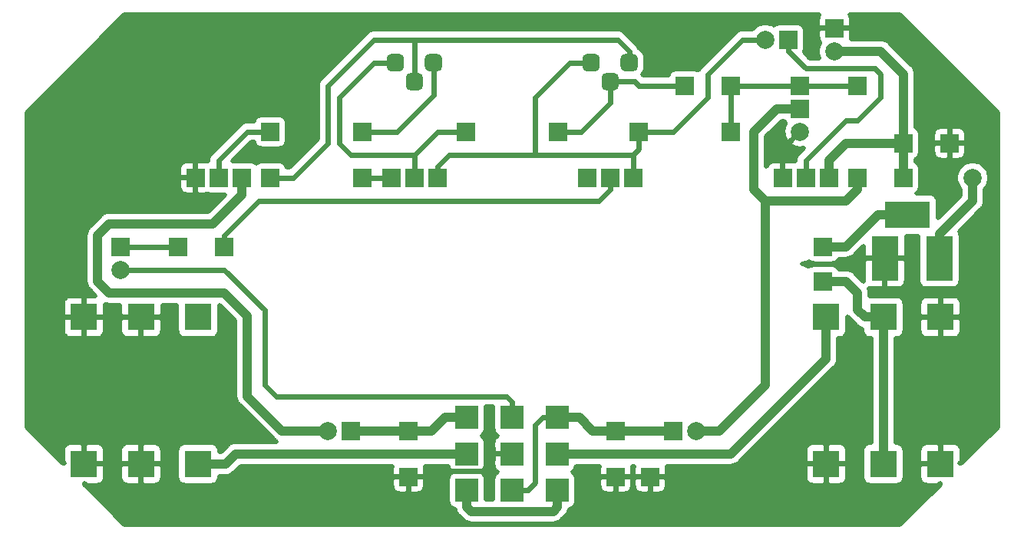
<source format=gbr>
G04 #@! TF.GenerationSoftware,KiCad,Pcbnew,5.1.6-c6e7f7d~87~ubuntu19.10.1*
G04 #@! TF.CreationDate,2021-07-04T16:36:10+06:00*
G04 #@! TF.ProjectId,fuzz_factory_r1c_r1b,66757a7a-5f66-4616-9374-6f72795f7231,MB:1C/PB:1B*
G04 #@! TF.SameCoordinates,Original*
G04 #@! TF.FileFunction,Copper,L2,Bot*
G04 #@! TF.FilePolarity,Positive*
%FSLAX46Y46*%
G04 Gerber Fmt 4.6, Leading zero omitted, Abs format (unit mm)*
G04 Created by KiCad (PCBNEW 5.1.6-c6e7f7d~87~ubuntu19.10.1) date 2021-07-04 16:36:10*
%MOMM*%
%LPD*%
G01*
G04 APERTURE LIST*
G04 #@! TA.AperFunction,ComponentPad*
%ADD10R,2.000000X2.000000*%
G04 #@! TD*
G04 #@! TA.AperFunction,ComponentPad*
%ADD11C,2.000000*%
G04 #@! TD*
G04 #@! TA.AperFunction,ComponentPad*
%ADD12R,2.500000X2.500000*%
G04 #@! TD*
G04 #@! TA.AperFunction,ComponentPad*
%ADD13R,3.000000X5.000000*%
G04 #@! TD*
G04 #@! TA.AperFunction,ComponentPad*
%ADD14R,5.000000X3.000000*%
G04 #@! TD*
G04 #@! TA.AperFunction,ComponentPad*
%ADD15R,3.000000X3.000000*%
G04 #@! TD*
G04 #@! TA.AperFunction,Conductor*
%ADD16C,0.600000*%
G04 #@! TD*
G04 #@! TA.AperFunction,Conductor*
%ADD17C,1.000000*%
G04 #@! TD*
G04 #@! TA.AperFunction,Conductor*
%ADD18C,0.500000*%
G04 #@! TD*
G04 APERTURE END LIST*
G04 #@! TA.AperFunction,ComponentPad*
G36*
G01*
X157165000Y-95285000D02*
X157165000Y-94335000D01*
G75*
G02*
X157640000Y-93860000I475000J0D01*
G01*
X158590000Y-93860000D01*
G75*
G02*
X159065000Y-94335000I0J-475000D01*
G01*
X159065000Y-95285000D01*
G75*
G02*
X158590000Y-95760000I-475000J0D01*
G01*
X157640000Y-95760000D01*
G75*
G02*
X157165000Y-95285000I0J475000D01*
G01*
G37*
G04 #@! TD.AperFunction*
G04 #@! TA.AperFunction,ComponentPad*
G36*
G01*
X155065000Y-93185000D02*
X155065000Y-92235000D01*
G75*
G02*
X155540000Y-91760000I475000J0D01*
G01*
X156490000Y-91760000D01*
G75*
G02*
X156965000Y-92235000I0J-475000D01*
G01*
X156965000Y-93185000D01*
G75*
G02*
X156490000Y-93660000I-475000J0D01*
G01*
X155540000Y-93660000D01*
G75*
G02*
X155065000Y-93185000I0J475000D01*
G01*
G37*
G04 #@! TD.AperFunction*
G04 #@! TA.AperFunction,ComponentPad*
G36*
G01*
X159265000Y-93185000D02*
X159265000Y-92235000D01*
G75*
G02*
X159740000Y-91760000I475000J0D01*
G01*
X160690000Y-91760000D01*
G75*
G02*
X161165000Y-92235000I0J-475000D01*
G01*
X161165000Y-93185000D01*
G75*
G02*
X160690000Y-93660000I-475000J0D01*
G01*
X159740000Y-93660000D01*
G75*
G02*
X159265000Y-93185000I0J475000D01*
G01*
G37*
G04 #@! TD.AperFunction*
G04 #@! TA.AperFunction,ComponentPad*
G36*
G01*
X135575000Y-95285000D02*
X135575000Y-94335000D01*
G75*
G02*
X136050000Y-93860000I475000J0D01*
G01*
X137000000Y-93860000D01*
G75*
G02*
X137475000Y-94335000I0J-475000D01*
G01*
X137475000Y-95285000D01*
G75*
G02*
X137000000Y-95760000I-475000J0D01*
G01*
X136050000Y-95760000D01*
G75*
G02*
X135575000Y-95285000I0J475000D01*
G01*
G37*
G04 #@! TD.AperFunction*
G04 #@! TA.AperFunction,ComponentPad*
G36*
G01*
X133475000Y-93185000D02*
X133475000Y-92235000D01*
G75*
G02*
X133950000Y-91760000I475000J0D01*
G01*
X134900000Y-91760000D01*
G75*
G02*
X135375000Y-92235000I0J-475000D01*
G01*
X135375000Y-93185000D01*
G75*
G02*
X134900000Y-93660000I-475000J0D01*
G01*
X133950000Y-93660000D01*
G75*
G02*
X133475000Y-93185000I0J475000D01*
G01*
G37*
G04 #@! TD.AperFunction*
G04 #@! TA.AperFunction,ComponentPad*
G36*
G01*
X137675000Y-93185000D02*
X137675000Y-92235000D01*
G75*
G02*
X138150000Y-91760000I475000J0D01*
G01*
X139100000Y-91760000D01*
G75*
G02*
X139575000Y-92235000I0J-475000D01*
G01*
X139575000Y-93185000D01*
G75*
G02*
X139100000Y-93660000I-475000J0D01*
G01*
X138150000Y-93660000D01*
G75*
G02*
X137675000Y-93185000I0J475000D01*
G01*
G37*
G04 #@! TD.AperFunction*
D10*
X179070000Y-95250000D03*
X179070000Y-97790000D03*
D11*
X179070000Y-100330000D03*
D12*
X152320000Y-135890000D03*
X152320000Y-139890000D03*
X152320000Y-131890000D03*
X147320000Y-135890000D03*
X147320000Y-139890000D03*
X147320000Y-131890000D03*
X142320000Y-131890000D03*
X142320000Y-135890000D03*
X142320000Y-139890000D03*
D10*
X117475000Y-105410000D03*
X114935000Y-105410000D03*
X112395000Y-105410000D03*
X158750000Y-138430000D03*
X158750000Y-133350000D03*
D11*
X127000000Y-133350000D03*
D10*
X129540000Y-133350000D03*
D11*
X167640000Y-133350000D03*
D10*
X165100000Y-133350000D03*
D11*
X175260000Y-90170000D03*
D10*
X177800000Y-90170000D03*
X135890000Y-138430000D03*
X135890000Y-133350000D03*
X120650000Y-100330000D03*
X130810000Y-100330000D03*
X152400000Y-100330000D03*
X142240000Y-100330000D03*
X130810000Y-105410000D03*
X120650000Y-105410000D03*
X171450000Y-100330000D03*
X161290000Y-100330000D03*
X185420000Y-105410000D03*
X185420000Y-95250000D03*
X171450000Y-95250000D03*
X166370000Y-95250000D03*
X160655000Y-105410000D03*
X158115000Y-105410000D03*
X155575000Y-105410000D03*
X182245000Y-105410000D03*
X179705000Y-105410000D03*
X177165000Y-105410000D03*
X139065000Y-105410000D03*
X136525000Y-105410000D03*
X133985000Y-105410000D03*
D13*
X188430000Y-114300000D03*
D14*
X190930000Y-109500000D03*
D13*
X194430000Y-114300000D03*
D15*
X112685000Y-120805000D03*
X106385000Y-120805000D03*
X100085000Y-120805000D03*
X112685000Y-137005000D03*
X106385000Y-137005000D03*
X100085000Y-137005000D03*
X181955000Y-137005000D03*
X188255000Y-137005000D03*
X194555000Y-137005000D03*
X181955000Y-120805000D03*
X188255000Y-120805000D03*
X194555000Y-120805000D03*
D11*
X198120000Y-105410000D03*
D10*
X190500000Y-105410000D03*
D11*
X182880000Y-91440000D03*
D10*
X182880000Y-88900000D03*
X162560000Y-138430000D03*
X190500000Y-101600000D03*
X195580000Y-101600000D03*
X181610000Y-116840000D03*
X110490000Y-113030000D03*
X115570000Y-113030000D03*
D11*
X104140000Y-115570000D03*
D10*
X104140000Y-113030000D03*
X181610000Y-113030000D03*
D16*
X140335000Y-137795000D02*
X144145000Y-137795000D01*
X115570000Y-115570000D02*
X120015000Y-120015000D01*
X120015000Y-120015000D02*
X120015000Y-128270000D01*
X104140000Y-115570000D02*
X115570000Y-115570000D01*
X120015000Y-128270000D02*
X121285000Y-129540000D01*
X146685000Y-129540000D02*
X147320000Y-130175000D01*
X147320000Y-130175000D02*
X147320000Y-131890000D01*
X121285000Y-129540000D02*
X146685000Y-129540000D01*
D17*
X142320000Y-141755000D02*
X142805000Y-142240000D01*
X142805000Y-142240000D02*
X151835000Y-142240000D01*
X151835000Y-142240000D02*
X152320000Y-141755000D01*
X152320000Y-141755000D02*
X152320000Y-139890000D01*
X142320000Y-139890000D02*
X142320000Y-141755000D01*
X171450000Y-135890000D02*
X152320000Y-135890000D01*
X181955000Y-120805000D02*
X181955000Y-125385000D01*
X181955000Y-125385000D02*
X171450000Y-135890000D01*
X115725000Y-137005000D02*
X112685000Y-137005000D01*
X142320000Y-135890000D02*
X116840000Y-135890000D01*
X116840000Y-135890000D02*
X115725000Y-137005000D01*
X187680000Y-109500000D02*
X190930000Y-109500000D01*
X181610000Y-113030000D02*
X184150000Y-113030000D01*
X184150000Y-113030000D02*
X187680000Y-109500000D01*
X185420000Y-120015000D02*
X186210000Y-120805000D01*
X181610000Y-116840000D02*
X184150000Y-116840000D01*
X186210000Y-120805000D02*
X188255000Y-120805000D01*
X185420000Y-118110000D02*
X185420000Y-120015000D01*
X184150000Y-116840000D02*
X185420000Y-118110000D01*
X188255000Y-120805000D02*
X188255000Y-137005000D01*
X194430000Y-114300000D02*
X194430000Y-111640000D01*
X194430000Y-111640000D02*
X198120000Y-107950000D01*
X198120000Y-107950000D02*
X198120000Y-105410000D01*
D16*
X104140000Y-113030000D02*
X110490000Y-113030000D01*
D17*
X179070000Y-97790000D02*
X176530000Y-97790000D01*
X176530000Y-97790000D02*
X173990000Y-100330000D01*
X173990000Y-100330000D02*
X173990000Y-106680000D01*
X173990000Y-106680000D02*
X175260000Y-107950000D01*
X184150000Y-107950000D02*
X175260000Y-107950000D01*
X185420000Y-105410000D02*
X185420000Y-106680000D01*
X185420000Y-106680000D02*
X184150000Y-107950000D01*
X175260000Y-107950000D02*
X175260000Y-128270000D01*
X170180000Y-133350000D02*
X167640000Y-133350000D01*
X175260000Y-128270000D02*
X170180000Y-133350000D01*
D16*
X171450000Y-100330000D02*
X171450000Y-95250000D01*
X171450000Y-95250000D02*
X179070000Y-95250000D01*
X179070000Y-95250000D02*
X185420000Y-95250000D01*
X154940000Y-100330000D02*
X152400000Y-100330000D01*
X158115000Y-94810000D02*
X158115000Y-97155000D01*
X158115000Y-97155000D02*
X154940000Y-100330000D01*
X161290000Y-95250000D02*
X166370000Y-95250000D01*
X158115000Y-94810000D02*
X160850000Y-94810000D01*
X160850000Y-94810000D02*
X161290000Y-95250000D01*
X136525000Y-94810000D02*
X136525000Y-90170000D01*
X160215000Y-91440000D02*
X160215000Y-92710000D01*
X136525000Y-90170000D02*
X158945000Y-90170000D01*
X158945000Y-90170000D02*
X160215000Y-91440000D01*
X127000000Y-101600000D02*
X127000000Y-95250000D01*
X127000000Y-95250000D02*
X132080000Y-90170000D01*
X120650000Y-105410000D02*
X123190000Y-105410000D01*
X132080000Y-90170000D02*
X136525000Y-90170000D01*
X123190000Y-105410000D02*
X127000000Y-101600000D01*
X134620000Y-100330000D02*
X130810000Y-100330000D01*
X138625000Y-92710000D02*
X138625000Y-96325000D01*
X138625000Y-96325000D02*
X134620000Y-100330000D01*
D17*
X190500000Y-101600000D02*
X190500000Y-105410000D01*
X182245000Y-105410000D02*
X182245000Y-103505000D01*
X182245000Y-103505000D02*
X184150000Y-101600000D01*
X184150000Y-101600000D02*
X190500000Y-101600000D01*
X182880000Y-91440000D02*
X187960000Y-91440000D01*
X190500000Y-93980000D02*
X190500000Y-101600000D01*
X187960000Y-91440000D02*
X190500000Y-93980000D01*
D16*
X115570000Y-111760000D02*
X115570000Y-113030000D01*
X119380000Y-107950000D02*
X115570000Y-111760000D01*
X156845000Y-107950000D02*
X119380000Y-107950000D01*
X158115000Y-105410000D02*
X158115000Y-106680000D01*
X158115000Y-106680000D02*
X156845000Y-107950000D01*
D17*
X114300000Y-110490000D02*
X117475000Y-107315000D01*
X101600000Y-111760000D02*
X102870000Y-110490000D01*
X117475000Y-107315000D02*
X117475000Y-105410000D01*
X102870000Y-110490000D02*
X114300000Y-110490000D01*
X101600000Y-116840000D02*
X101600000Y-111760000D01*
X102870000Y-118110000D02*
X101600000Y-116840000D01*
X121920000Y-133350000D02*
X118110000Y-129540000D01*
X127000000Y-133350000D02*
X121920000Y-133350000D01*
X118110000Y-120650000D02*
X115570000Y-118110000D01*
X118110000Y-129540000D02*
X118110000Y-120650000D01*
X115570000Y-118110000D02*
X102870000Y-118110000D01*
D16*
X114935000Y-105410000D02*
X114935000Y-103505000D01*
X114935000Y-103505000D02*
X118110000Y-100330000D01*
X118110000Y-100330000D02*
X120650000Y-100330000D01*
X130810000Y-105410000D02*
X133985000Y-105410000D01*
X136525000Y-105410000D02*
X136525000Y-102870000D01*
X134425000Y-92710000D02*
X132080000Y-92710000D01*
X132080000Y-92710000D02*
X128270000Y-96520000D01*
X128270000Y-101600000D02*
X128270000Y-96520000D01*
X136525000Y-102870000D02*
X129540000Y-102870000D01*
X129540000Y-102870000D02*
X128270000Y-101600000D01*
X139065000Y-100330000D02*
X136525000Y-102870000D01*
X142240000Y-100330000D02*
X139065000Y-100330000D01*
X153670000Y-92710000D02*
X156015000Y-92710000D01*
X160655000Y-102870000D02*
X161290000Y-102235000D01*
X161290000Y-100330000D02*
X165100000Y-100330000D01*
X165100000Y-100330000D02*
X168910000Y-96520000D01*
X168910000Y-96520000D02*
X168910000Y-93980000D01*
X168910000Y-93980000D02*
X172720000Y-90170000D01*
X172720000Y-90170000D02*
X175260000Y-90170000D01*
X149860000Y-102870000D02*
X149860000Y-96520000D01*
X149860000Y-96520000D02*
X153670000Y-92710000D01*
X140335000Y-102870000D02*
X149860000Y-102870000D01*
X139065000Y-105410000D02*
X139065000Y-104140000D01*
X139065000Y-104140000D02*
X140335000Y-102870000D01*
X161290000Y-102235000D02*
X161290000Y-100330000D01*
X160655000Y-102870000D02*
X149860000Y-102870000D01*
X160655000Y-105410000D02*
X160655000Y-102870000D01*
X179705000Y-93345000D02*
X177800000Y-91440000D01*
X187960000Y-93980000D02*
X187325000Y-93345000D01*
X177800000Y-91440000D02*
X177800000Y-90170000D01*
X179705000Y-103505000D02*
X184150000Y-99060000D01*
X179705000Y-105410000D02*
X179705000Y-103505000D01*
X184150000Y-99060000D02*
X185420000Y-99060000D01*
X185420000Y-99060000D02*
X187960000Y-96520000D01*
X187325000Y-93345000D02*
X179705000Y-93345000D01*
X187960000Y-96520000D02*
X187960000Y-93980000D01*
D17*
X158750000Y-133350000D02*
X165100000Y-133350000D01*
X152320000Y-131890000D02*
X154750000Y-131890000D01*
X154750000Y-131890000D02*
X156210000Y-133350000D01*
X156210000Y-133350000D02*
X158750000Y-133350000D01*
D16*
X150685000Y-131890000D02*
X152320000Y-131890000D01*
X149860000Y-139065000D02*
X149860000Y-132715000D01*
X149860000Y-132715000D02*
X150685000Y-131890000D01*
X147320000Y-139890000D02*
X149035000Y-139890000D01*
X149035000Y-139890000D02*
X149860000Y-139065000D01*
D17*
X142320000Y-131890000D02*
X139890000Y-131890000D01*
X139890000Y-131890000D02*
X138430000Y-133350000D01*
X138430000Y-133350000D02*
X135890000Y-133350000D01*
X135890000Y-133350000D02*
X129540000Y-133350000D01*
D18*
G36*
X181169831Y-87425480D02*
G01*
X181090902Y-87573145D01*
X181042299Y-87733371D01*
X181025887Y-87900000D01*
X181030000Y-88637500D01*
X181242500Y-88850000D01*
X182830000Y-88850000D01*
X182830000Y-88830000D01*
X182930000Y-88830000D01*
X182930000Y-88850000D01*
X184517500Y-88850000D01*
X184730000Y-88637500D01*
X184734113Y-87900000D01*
X184717701Y-87733371D01*
X184669098Y-87573145D01*
X184590169Y-87425480D01*
X184577465Y-87410000D01*
X190065077Y-87410000D01*
X200880000Y-98224924D01*
X200880001Y-132915075D01*
X196840078Y-136954998D01*
X196692502Y-136954998D01*
X196905000Y-136742500D01*
X196909113Y-135505000D01*
X196892701Y-135338371D01*
X196844098Y-135178145D01*
X196765169Y-135030480D01*
X196658949Y-134901051D01*
X196529520Y-134794831D01*
X196381855Y-134715902D01*
X196221629Y-134667299D01*
X196055000Y-134650887D01*
X194817500Y-134655000D01*
X194605000Y-134867500D01*
X194605000Y-136955000D01*
X194625000Y-136955000D01*
X194625000Y-137055000D01*
X194605000Y-137055000D01*
X194605000Y-137075000D01*
X194505000Y-137075000D01*
X194505000Y-137055000D01*
X192417500Y-137055000D01*
X192205000Y-137267500D01*
X192200887Y-138505000D01*
X192217299Y-138671629D01*
X192265902Y-138831855D01*
X192344831Y-138979520D01*
X192451051Y-139108949D01*
X192580480Y-139215169D01*
X192728145Y-139294098D01*
X192888371Y-139342701D01*
X193055000Y-139359113D01*
X194292500Y-139355000D01*
X194504998Y-139142502D01*
X194504998Y-139290078D01*
X190065077Y-143730000D01*
X104574924Y-143730000D01*
X100274924Y-139430000D01*
X134035887Y-139430000D01*
X134052299Y-139596629D01*
X134100902Y-139756855D01*
X134179831Y-139904520D01*
X134286051Y-140033949D01*
X134415480Y-140140169D01*
X134563145Y-140219098D01*
X134723371Y-140267701D01*
X134890000Y-140284113D01*
X135627500Y-140280000D01*
X135840000Y-140067500D01*
X135840000Y-138480000D01*
X135940000Y-138480000D01*
X135940000Y-140067500D01*
X136152500Y-140280000D01*
X136890000Y-140284113D01*
X137056629Y-140267701D01*
X137216855Y-140219098D01*
X137364520Y-140140169D01*
X137493949Y-140033949D01*
X137600169Y-139904520D01*
X137679098Y-139756855D01*
X137727701Y-139596629D01*
X137744113Y-139430000D01*
X137740000Y-138692500D01*
X137527500Y-138480000D01*
X135940000Y-138480000D01*
X135840000Y-138480000D01*
X134252500Y-138480000D01*
X134040000Y-138692500D01*
X134035887Y-139430000D01*
X100274924Y-139430000D01*
X100135002Y-139290078D01*
X100135002Y-139142502D01*
X100347500Y-139355000D01*
X101585000Y-139359113D01*
X101751629Y-139342701D01*
X101911855Y-139294098D01*
X102059520Y-139215169D01*
X102188949Y-139108949D01*
X102295169Y-138979520D01*
X102374098Y-138831855D01*
X102422701Y-138671629D01*
X102439113Y-138505000D01*
X104030887Y-138505000D01*
X104047299Y-138671629D01*
X104095902Y-138831855D01*
X104174831Y-138979520D01*
X104281051Y-139108949D01*
X104410480Y-139215169D01*
X104558145Y-139294098D01*
X104718371Y-139342701D01*
X104885000Y-139359113D01*
X106122500Y-139355000D01*
X106335000Y-139142500D01*
X106335000Y-137055000D01*
X106435000Y-137055000D01*
X106435000Y-139142500D01*
X106647500Y-139355000D01*
X107885000Y-139359113D01*
X108051629Y-139342701D01*
X108211855Y-139294098D01*
X108359520Y-139215169D01*
X108488949Y-139108949D01*
X108595169Y-138979520D01*
X108674098Y-138831855D01*
X108722701Y-138671629D01*
X108739113Y-138505000D01*
X108735000Y-137267500D01*
X108522500Y-137055000D01*
X106435000Y-137055000D01*
X106335000Y-137055000D01*
X104247500Y-137055000D01*
X104035000Y-137267500D01*
X104030887Y-138505000D01*
X102439113Y-138505000D01*
X102435000Y-137267500D01*
X102222500Y-137055000D01*
X100135000Y-137055000D01*
X100135000Y-137075000D01*
X100035000Y-137075000D01*
X100035000Y-137055000D01*
X100015000Y-137055000D01*
X100015000Y-136955000D01*
X100035000Y-136955000D01*
X100035000Y-134867500D01*
X100135000Y-134867500D01*
X100135000Y-136955000D01*
X102222500Y-136955000D01*
X102435000Y-136742500D01*
X102439113Y-135505000D01*
X104030887Y-135505000D01*
X104035000Y-136742500D01*
X104247500Y-136955000D01*
X106335000Y-136955000D01*
X106335000Y-134867500D01*
X106435000Y-134867500D01*
X106435000Y-136955000D01*
X108522500Y-136955000D01*
X108735000Y-136742500D01*
X108739113Y-135505000D01*
X108722701Y-135338371D01*
X108674098Y-135178145D01*
X108595169Y-135030480D01*
X108488949Y-134901051D01*
X108359520Y-134794831D01*
X108211855Y-134715902D01*
X108051629Y-134667299D01*
X107885000Y-134650887D01*
X106647500Y-134655000D01*
X106435000Y-134867500D01*
X106335000Y-134867500D01*
X106122500Y-134655000D01*
X104885000Y-134650887D01*
X104718371Y-134667299D01*
X104558145Y-134715902D01*
X104410480Y-134794831D01*
X104281051Y-134901051D01*
X104174831Y-135030480D01*
X104095902Y-135178145D01*
X104047299Y-135338371D01*
X104030887Y-135505000D01*
X102439113Y-135505000D01*
X102422701Y-135338371D01*
X102374098Y-135178145D01*
X102295169Y-135030480D01*
X102188949Y-134901051D01*
X102059520Y-134794831D01*
X101911855Y-134715902D01*
X101751629Y-134667299D01*
X101585000Y-134650887D01*
X100347500Y-134655000D01*
X100135000Y-134867500D01*
X100035000Y-134867500D01*
X99822500Y-134655000D01*
X98585000Y-134650887D01*
X98418371Y-134667299D01*
X98258145Y-134715902D01*
X98110480Y-134794831D01*
X97981051Y-134901051D01*
X97874831Y-135030480D01*
X97795902Y-135178145D01*
X97747299Y-135338371D01*
X97730887Y-135505000D01*
X97735000Y-136742500D01*
X97947498Y-136954998D01*
X97799922Y-136954998D01*
X93760000Y-132915077D01*
X93760000Y-122305000D01*
X97730887Y-122305000D01*
X97747299Y-122471629D01*
X97795902Y-122631855D01*
X97874831Y-122779520D01*
X97981051Y-122908949D01*
X98110480Y-123015169D01*
X98258145Y-123094098D01*
X98418371Y-123142701D01*
X98585000Y-123159113D01*
X99822500Y-123155000D01*
X100035000Y-122942500D01*
X100035000Y-120855000D01*
X100135000Y-120855000D01*
X100135000Y-122942500D01*
X100347500Y-123155000D01*
X101585000Y-123159113D01*
X101751629Y-123142701D01*
X101911855Y-123094098D01*
X102059520Y-123015169D01*
X102188949Y-122908949D01*
X102295169Y-122779520D01*
X102374098Y-122631855D01*
X102422701Y-122471629D01*
X102439113Y-122305000D01*
X104030887Y-122305000D01*
X104047299Y-122471629D01*
X104095902Y-122631855D01*
X104174831Y-122779520D01*
X104281051Y-122908949D01*
X104410480Y-123015169D01*
X104558145Y-123094098D01*
X104718371Y-123142701D01*
X104885000Y-123159113D01*
X106122500Y-123155000D01*
X106335000Y-122942500D01*
X106335000Y-120855000D01*
X106435000Y-120855000D01*
X106435000Y-122942500D01*
X106647500Y-123155000D01*
X107885000Y-123159113D01*
X108051629Y-123142701D01*
X108211855Y-123094098D01*
X108359520Y-123015169D01*
X108488949Y-122908949D01*
X108595169Y-122779520D01*
X108674098Y-122631855D01*
X108722701Y-122471629D01*
X108739113Y-122305000D01*
X108735000Y-121067500D01*
X108522500Y-120855000D01*
X106435000Y-120855000D01*
X106335000Y-120855000D01*
X104247500Y-120855000D01*
X104035000Y-121067500D01*
X104030887Y-122305000D01*
X102439113Y-122305000D01*
X102435000Y-121067500D01*
X102222500Y-120855000D01*
X100135000Y-120855000D01*
X100035000Y-120855000D01*
X97947500Y-120855000D01*
X97735000Y-121067500D01*
X97730887Y-122305000D01*
X93760000Y-122305000D01*
X93760000Y-119305000D01*
X97730887Y-119305000D01*
X97735000Y-120542500D01*
X97947500Y-120755000D01*
X100035000Y-120755000D01*
X100035000Y-118667500D01*
X100135000Y-118667500D01*
X100135000Y-120755000D01*
X102222500Y-120755000D01*
X102435000Y-120542500D01*
X102438831Y-119389952D01*
X102605354Y-119440467D01*
X102803679Y-119460000D01*
X102803688Y-119460000D01*
X102869999Y-119466531D01*
X102936310Y-119460000D01*
X104031402Y-119460000D01*
X104035000Y-120542500D01*
X104247500Y-120755000D01*
X106335000Y-120755000D01*
X106335000Y-120735000D01*
X106435000Y-120735000D01*
X106435000Y-120755000D01*
X108522500Y-120755000D01*
X108735000Y-120542500D01*
X108738598Y-119460000D01*
X110330888Y-119460000D01*
X110330888Y-122305000D01*
X110347300Y-122471629D01*
X110395903Y-122631855D01*
X110474832Y-122779519D01*
X110581052Y-122908948D01*
X110710481Y-123015168D01*
X110858145Y-123094097D01*
X111018371Y-123142700D01*
X111185000Y-123159112D01*
X114185000Y-123159112D01*
X114351629Y-123142700D01*
X114511855Y-123094097D01*
X114659519Y-123015168D01*
X114788948Y-122908948D01*
X114895168Y-122779519D01*
X114974097Y-122631855D01*
X115022700Y-122471629D01*
X115039112Y-122305000D01*
X115039112Y-119488300D01*
X116760001Y-121209189D01*
X116760000Y-129473681D01*
X116753468Y-129540000D01*
X116760000Y-129606319D01*
X116760000Y-129606320D01*
X116779533Y-129804645D01*
X116856728Y-130059121D01*
X116913578Y-130165481D01*
X116982085Y-130293649D01*
X117108510Y-130447698D01*
X117108513Y-130447701D01*
X117150787Y-130499212D01*
X117202299Y-130541487D01*
X120918509Y-134257697D01*
X120960787Y-134309213D01*
X121012302Y-134351490D01*
X121166350Y-134477915D01*
X121282503Y-134540000D01*
X116906310Y-134540000D01*
X116839999Y-134533469D01*
X116773688Y-134540000D01*
X116773679Y-134540000D01*
X116575354Y-134559533D01*
X116320878Y-134636728D01*
X116239050Y-134680466D01*
X116086350Y-134762085D01*
X115932301Y-134888510D01*
X115932298Y-134888513D01*
X115880787Y-134930787D01*
X115838513Y-134982298D01*
X115165812Y-135655000D01*
X115039112Y-135655000D01*
X115039112Y-135505000D01*
X115022700Y-135338371D01*
X114974097Y-135178145D01*
X114895168Y-135030481D01*
X114788948Y-134901052D01*
X114659519Y-134794832D01*
X114511855Y-134715903D01*
X114351629Y-134667300D01*
X114185000Y-134650888D01*
X111185000Y-134650888D01*
X111018371Y-134667300D01*
X110858145Y-134715903D01*
X110710481Y-134794832D01*
X110581052Y-134901052D01*
X110474832Y-135030481D01*
X110395903Y-135178145D01*
X110347300Y-135338371D01*
X110330888Y-135505000D01*
X110330888Y-138505000D01*
X110347300Y-138671629D01*
X110395903Y-138831855D01*
X110474832Y-138979519D01*
X110581052Y-139108948D01*
X110710481Y-139215168D01*
X110858145Y-139294097D01*
X111018371Y-139342700D01*
X111185000Y-139359112D01*
X114185000Y-139359112D01*
X114351629Y-139342700D01*
X114511855Y-139294097D01*
X114659519Y-139215168D01*
X114788948Y-139108948D01*
X114895168Y-138979519D01*
X114974097Y-138831855D01*
X115022700Y-138671629D01*
X115039112Y-138505000D01*
X115039112Y-138355000D01*
X115658681Y-138355000D01*
X115725000Y-138361532D01*
X115791319Y-138355000D01*
X115791321Y-138355000D01*
X115989646Y-138335467D01*
X116244122Y-138258272D01*
X116478649Y-138132915D01*
X116684213Y-137964213D01*
X116726491Y-137912697D01*
X117399189Y-137240000D01*
X134059388Y-137240000D01*
X134052299Y-137263371D01*
X134035887Y-137430000D01*
X134040000Y-138167500D01*
X134252500Y-138380000D01*
X135840000Y-138380000D01*
X135840000Y-138360000D01*
X135940000Y-138360000D01*
X135940000Y-138380000D01*
X137527500Y-138380000D01*
X137740000Y-138167500D01*
X137744113Y-137430000D01*
X137727701Y-137263371D01*
X137720612Y-137240000D01*
X140225737Y-137240000D01*
X140232300Y-137306629D01*
X140280903Y-137466855D01*
X140359832Y-137614519D01*
X140466052Y-137743948D01*
X140595481Y-137850168D01*
X140670001Y-137890000D01*
X140595481Y-137929832D01*
X140466052Y-138036052D01*
X140359832Y-138165481D01*
X140280903Y-138313145D01*
X140232300Y-138473371D01*
X140215888Y-138640000D01*
X140215888Y-141140000D01*
X140232300Y-141306629D01*
X140280903Y-141466855D01*
X140359832Y-141614519D01*
X140466052Y-141743948D01*
X140595481Y-141850168D01*
X140743145Y-141929097D01*
X140903371Y-141977700D01*
X140986206Y-141985859D01*
X140989534Y-142019646D01*
X141066729Y-142274122D01*
X141192085Y-142508649D01*
X141318510Y-142662698D01*
X141318514Y-142662702D01*
X141360788Y-142714213D01*
X141412300Y-142756488D01*
X141803505Y-143147692D01*
X141845787Y-143199213D01*
X142051351Y-143367915D01*
X142285878Y-143493272D01*
X142540354Y-143570467D01*
X142738679Y-143590000D01*
X142738681Y-143590000D01*
X142805000Y-143596532D01*
X142871319Y-143590000D01*
X151768681Y-143590000D01*
X151835000Y-143596532D01*
X151901319Y-143590000D01*
X151901321Y-143590000D01*
X152099646Y-143570467D01*
X152354122Y-143493272D01*
X152588649Y-143367915D01*
X152794213Y-143199213D01*
X152836492Y-143147696D01*
X153227696Y-142756491D01*
X153279212Y-142714213D01*
X153447915Y-142508649D01*
X153573272Y-142274122D01*
X153650467Y-142019646D01*
X153653795Y-141985859D01*
X153736629Y-141977700D01*
X153896855Y-141929097D01*
X154044519Y-141850168D01*
X154173948Y-141743948D01*
X154280168Y-141614519D01*
X154359097Y-141466855D01*
X154407700Y-141306629D01*
X154424112Y-141140000D01*
X154424112Y-139430000D01*
X156895887Y-139430000D01*
X156912299Y-139596629D01*
X156960902Y-139756855D01*
X157039831Y-139904520D01*
X157146051Y-140033949D01*
X157275480Y-140140169D01*
X157423145Y-140219098D01*
X157583371Y-140267701D01*
X157750000Y-140284113D01*
X158487500Y-140280000D01*
X158700000Y-140067500D01*
X158700000Y-138480000D01*
X158800000Y-138480000D01*
X158800000Y-140067500D01*
X159012500Y-140280000D01*
X159750000Y-140284113D01*
X159916629Y-140267701D01*
X160076855Y-140219098D01*
X160224520Y-140140169D01*
X160353949Y-140033949D01*
X160460169Y-139904520D01*
X160539098Y-139756855D01*
X160587701Y-139596629D01*
X160604113Y-139430000D01*
X160705887Y-139430000D01*
X160722299Y-139596629D01*
X160770902Y-139756855D01*
X160849831Y-139904520D01*
X160956051Y-140033949D01*
X161085480Y-140140169D01*
X161233145Y-140219098D01*
X161393371Y-140267701D01*
X161560000Y-140284113D01*
X162297500Y-140280000D01*
X162510000Y-140067500D01*
X162510000Y-138480000D01*
X162610000Y-138480000D01*
X162610000Y-140067500D01*
X162822500Y-140280000D01*
X163560000Y-140284113D01*
X163726629Y-140267701D01*
X163886855Y-140219098D01*
X164034520Y-140140169D01*
X164163949Y-140033949D01*
X164270169Y-139904520D01*
X164349098Y-139756855D01*
X164397701Y-139596629D01*
X164414113Y-139430000D01*
X164410000Y-138692500D01*
X164222500Y-138505000D01*
X179600887Y-138505000D01*
X179617299Y-138671629D01*
X179665902Y-138831855D01*
X179744831Y-138979520D01*
X179851051Y-139108949D01*
X179980480Y-139215169D01*
X180128145Y-139294098D01*
X180288371Y-139342701D01*
X180455000Y-139359113D01*
X181692500Y-139355000D01*
X181905000Y-139142500D01*
X181905000Y-137055000D01*
X182005000Y-137055000D01*
X182005000Y-139142500D01*
X182217500Y-139355000D01*
X183455000Y-139359113D01*
X183621629Y-139342701D01*
X183781855Y-139294098D01*
X183929520Y-139215169D01*
X184058949Y-139108949D01*
X184165169Y-138979520D01*
X184244098Y-138831855D01*
X184292701Y-138671629D01*
X184309113Y-138505000D01*
X184305000Y-137267500D01*
X184092500Y-137055000D01*
X182005000Y-137055000D01*
X181905000Y-137055000D01*
X179817500Y-137055000D01*
X179605000Y-137267500D01*
X179600887Y-138505000D01*
X164222500Y-138505000D01*
X164197500Y-138480000D01*
X162610000Y-138480000D01*
X162510000Y-138480000D01*
X160922500Y-138480000D01*
X160710000Y-138692500D01*
X160705887Y-139430000D01*
X160604113Y-139430000D01*
X160600000Y-138692500D01*
X160387500Y-138480000D01*
X158800000Y-138480000D01*
X158700000Y-138480000D01*
X157112500Y-138480000D01*
X156900000Y-138692500D01*
X156895887Y-139430000D01*
X154424112Y-139430000D01*
X154424112Y-138640000D01*
X154407700Y-138473371D01*
X154359097Y-138313145D01*
X154280168Y-138165481D01*
X154173948Y-138036052D01*
X154044519Y-137929832D01*
X153969999Y-137890000D01*
X154044519Y-137850168D01*
X154173948Y-137743948D01*
X154280168Y-137614519D01*
X154359097Y-137466855D01*
X154407700Y-137306629D01*
X154414263Y-137240000D01*
X156919388Y-137240000D01*
X156912299Y-137263371D01*
X156895887Y-137430000D01*
X156900000Y-138167500D01*
X157112500Y-138380000D01*
X158700000Y-138380000D01*
X158700000Y-138360000D01*
X158800000Y-138360000D01*
X158800000Y-138380000D01*
X160387500Y-138380000D01*
X160600000Y-138167500D01*
X160604113Y-137430000D01*
X160587701Y-137263371D01*
X160580612Y-137240000D01*
X160729388Y-137240000D01*
X160722299Y-137263371D01*
X160705887Y-137430000D01*
X160710000Y-138167500D01*
X160922500Y-138380000D01*
X162510000Y-138380000D01*
X162510000Y-138360000D01*
X162610000Y-138360000D01*
X162610000Y-138380000D01*
X164197500Y-138380000D01*
X164410000Y-138167500D01*
X164414113Y-137430000D01*
X164397701Y-137263371D01*
X164390612Y-137240000D01*
X171383681Y-137240000D01*
X171450000Y-137246532D01*
X171516319Y-137240000D01*
X171516321Y-137240000D01*
X171714646Y-137220467D01*
X171969122Y-137143272D01*
X172203649Y-137017915D01*
X172409213Y-136849213D01*
X172451491Y-136797697D01*
X173744188Y-135505000D01*
X179600887Y-135505000D01*
X179605000Y-136742500D01*
X179817500Y-136955000D01*
X181905000Y-136955000D01*
X181905000Y-134867500D01*
X182005000Y-134867500D01*
X182005000Y-136955000D01*
X184092500Y-136955000D01*
X184305000Y-136742500D01*
X184309113Y-135505000D01*
X184292701Y-135338371D01*
X184244098Y-135178145D01*
X184165169Y-135030480D01*
X184058949Y-134901051D01*
X183929520Y-134794831D01*
X183781855Y-134715902D01*
X183621629Y-134667299D01*
X183455000Y-134650887D01*
X182217500Y-134655000D01*
X182005000Y-134867500D01*
X181905000Y-134867500D01*
X181692500Y-134655000D01*
X180455000Y-134650887D01*
X180288371Y-134667299D01*
X180128145Y-134715902D01*
X179980480Y-134794831D01*
X179851051Y-134901051D01*
X179744831Y-135030480D01*
X179665902Y-135178145D01*
X179617299Y-135338371D01*
X179600887Y-135505000D01*
X173744188Y-135505000D01*
X182862697Y-126386491D01*
X182914213Y-126344213D01*
X183082915Y-126138649D01*
X183208272Y-125904122D01*
X183285467Y-125649646D01*
X183305000Y-125451321D01*
X183305000Y-125451312D01*
X183311531Y-125385001D01*
X183305000Y-125318690D01*
X183305000Y-123159112D01*
X183455000Y-123159112D01*
X183621629Y-123142700D01*
X183781855Y-123094097D01*
X183929519Y-123015168D01*
X184058948Y-122908948D01*
X184165168Y-122779519D01*
X184244097Y-122631855D01*
X184292700Y-122471629D01*
X184309112Y-122305000D01*
X184309112Y-120789396D01*
X184418510Y-120922698D01*
X184418514Y-120922702D01*
X184460788Y-120974213D01*
X184512299Y-121016487D01*
X185208504Y-121712692D01*
X185250787Y-121764213D01*
X185390004Y-121878466D01*
X185456350Y-121932915D01*
X185690877Y-122058272D01*
X185750105Y-122076239D01*
X185900888Y-122121978D01*
X185900888Y-122305000D01*
X185917300Y-122471629D01*
X185965903Y-122631855D01*
X186044832Y-122779519D01*
X186151052Y-122908948D01*
X186280481Y-123015168D01*
X186428145Y-123094097D01*
X186588371Y-123142700D01*
X186755000Y-123159112D01*
X186905000Y-123159112D01*
X186905001Y-134650888D01*
X186755000Y-134650888D01*
X186588371Y-134667300D01*
X186428145Y-134715903D01*
X186280481Y-134794832D01*
X186151052Y-134901052D01*
X186044832Y-135030481D01*
X185965903Y-135178145D01*
X185917300Y-135338371D01*
X185900888Y-135505000D01*
X185900888Y-138505000D01*
X185917300Y-138671629D01*
X185965903Y-138831855D01*
X186044832Y-138979519D01*
X186151052Y-139108948D01*
X186280481Y-139215168D01*
X186428145Y-139294097D01*
X186588371Y-139342700D01*
X186755000Y-139359112D01*
X189755000Y-139359112D01*
X189921629Y-139342700D01*
X190081855Y-139294097D01*
X190229519Y-139215168D01*
X190358948Y-139108948D01*
X190465168Y-138979519D01*
X190544097Y-138831855D01*
X190592700Y-138671629D01*
X190609112Y-138505000D01*
X190609112Y-135505000D01*
X192200887Y-135505000D01*
X192205000Y-136742500D01*
X192417500Y-136955000D01*
X194505000Y-136955000D01*
X194505000Y-134867500D01*
X194292500Y-134655000D01*
X193055000Y-134650887D01*
X192888371Y-134667299D01*
X192728145Y-134715902D01*
X192580480Y-134794831D01*
X192451051Y-134901051D01*
X192344831Y-135030480D01*
X192265902Y-135178145D01*
X192217299Y-135338371D01*
X192200887Y-135505000D01*
X190609112Y-135505000D01*
X190592700Y-135338371D01*
X190544097Y-135178145D01*
X190465168Y-135030481D01*
X190358948Y-134901052D01*
X190229519Y-134794832D01*
X190081855Y-134715903D01*
X189921629Y-134667300D01*
X189755000Y-134650888D01*
X189605000Y-134650888D01*
X189605000Y-123159112D01*
X189755000Y-123159112D01*
X189921629Y-123142700D01*
X190081855Y-123094097D01*
X190229519Y-123015168D01*
X190358948Y-122908948D01*
X190465168Y-122779519D01*
X190544097Y-122631855D01*
X190592700Y-122471629D01*
X190609112Y-122305000D01*
X192200887Y-122305000D01*
X192217299Y-122471629D01*
X192265902Y-122631855D01*
X192344831Y-122779520D01*
X192451051Y-122908949D01*
X192580480Y-123015169D01*
X192728145Y-123094098D01*
X192888371Y-123142701D01*
X193055000Y-123159113D01*
X194292500Y-123155000D01*
X194505000Y-122942500D01*
X194505000Y-120855000D01*
X194605000Y-120855000D01*
X194605000Y-122942500D01*
X194817500Y-123155000D01*
X196055000Y-123159113D01*
X196221629Y-123142701D01*
X196381855Y-123094098D01*
X196529520Y-123015169D01*
X196658949Y-122908949D01*
X196765169Y-122779520D01*
X196844098Y-122631855D01*
X196892701Y-122471629D01*
X196909113Y-122305000D01*
X196905000Y-121067500D01*
X196692500Y-120855000D01*
X194605000Y-120855000D01*
X194505000Y-120855000D01*
X192417500Y-120855000D01*
X192205000Y-121067500D01*
X192200887Y-122305000D01*
X190609112Y-122305000D01*
X190609112Y-119305000D01*
X192200887Y-119305000D01*
X192205000Y-120542500D01*
X192417500Y-120755000D01*
X194505000Y-120755000D01*
X194505000Y-118667500D01*
X194605000Y-118667500D01*
X194605000Y-120755000D01*
X196692500Y-120755000D01*
X196905000Y-120542500D01*
X196909113Y-119305000D01*
X196892701Y-119138371D01*
X196844098Y-118978145D01*
X196765169Y-118830480D01*
X196658949Y-118701051D01*
X196529520Y-118594831D01*
X196381855Y-118515902D01*
X196221629Y-118467299D01*
X196055000Y-118450887D01*
X194817500Y-118455000D01*
X194605000Y-118667500D01*
X194505000Y-118667500D01*
X194292500Y-118455000D01*
X193055000Y-118450887D01*
X192888371Y-118467299D01*
X192728145Y-118515902D01*
X192580480Y-118594831D01*
X192451051Y-118701051D01*
X192344831Y-118830480D01*
X192265902Y-118978145D01*
X192217299Y-119138371D01*
X192200887Y-119305000D01*
X190609112Y-119305000D01*
X190592700Y-119138371D01*
X190544097Y-118978145D01*
X190465168Y-118830481D01*
X190358948Y-118701052D01*
X190229519Y-118594832D01*
X190081855Y-118515903D01*
X189921629Y-118467300D01*
X189755000Y-118450888D01*
X186770000Y-118450888D01*
X186770000Y-118176310D01*
X186776531Y-118109999D01*
X186770000Y-118043688D01*
X186770000Y-118043679D01*
X186750467Y-117845354D01*
X186679784Y-117612346D01*
X186763371Y-117637701D01*
X186930000Y-117654113D01*
X188167500Y-117650000D01*
X188380000Y-117437500D01*
X188380000Y-114350000D01*
X188480000Y-114350000D01*
X188480000Y-117437500D01*
X188692500Y-117650000D01*
X189930000Y-117654113D01*
X190096629Y-117637701D01*
X190256855Y-117589098D01*
X190404520Y-117510169D01*
X190533949Y-117403949D01*
X190640169Y-117274520D01*
X190719098Y-117126855D01*
X190767701Y-116966629D01*
X190784113Y-116800000D01*
X190780000Y-114562500D01*
X190567500Y-114350000D01*
X188480000Y-114350000D01*
X188380000Y-114350000D01*
X186292500Y-114350000D01*
X186080000Y-114562500D01*
X186075887Y-116800000D01*
X186082082Y-116862893D01*
X185151491Y-115932303D01*
X185109213Y-115880787D01*
X184903649Y-115712085D01*
X184669122Y-115586728D01*
X184414646Y-115509533D01*
X184216321Y-115490000D01*
X184216319Y-115490000D01*
X184150000Y-115483468D01*
X184083681Y-115490000D01*
X183386726Y-115490000D01*
X183320168Y-115365481D01*
X183213948Y-115236052D01*
X183084519Y-115129832D01*
X182936855Y-115050903D01*
X182776629Y-115002300D01*
X182610000Y-114985888D01*
X180610000Y-114985888D01*
X180443371Y-115002300D01*
X180283145Y-115050903D01*
X180135481Y-115129832D01*
X180052159Y-115198213D01*
X179975082Y-115146711D01*
X179627347Y-115002675D01*
X179287125Y-114935000D01*
X179627347Y-114867325D01*
X179975082Y-114723289D01*
X180052159Y-114671787D01*
X180135481Y-114740168D01*
X180283145Y-114819097D01*
X180443371Y-114867700D01*
X180610000Y-114884112D01*
X182610000Y-114884112D01*
X182776629Y-114867700D01*
X182936855Y-114819097D01*
X183084519Y-114740168D01*
X183213948Y-114633948D01*
X183320168Y-114504519D01*
X183386726Y-114380000D01*
X184083681Y-114380000D01*
X184150000Y-114386532D01*
X184216319Y-114380000D01*
X184216321Y-114380000D01*
X184414646Y-114360467D01*
X184669122Y-114283272D01*
X184903649Y-114157915D01*
X185109213Y-113989213D01*
X185151491Y-113937697D01*
X186078113Y-113011075D01*
X186080000Y-114037500D01*
X186292500Y-114250000D01*
X188380000Y-114250000D01*
X188380000Y-114230000D01*
X188480000Y-114230000D01*
X188480000Y-114250000D01*
X190567500Y-114250000D01*
X190780000Y-114037500D01*
X190784014Y-111854112D01*
X192075888Y-111854112D01*
X192075888Y-116800000D01*
X192092300Y-116966629D01*
X192140903Y-117126855D01*
X192219832Y-117274519D01*
X192326052Y-117403948D01*
X192455481Y-117510168D01*
X192603145Y-117589097D01*
X192763371Y-117637700D01*
X192930000Y-117654112D01*
X195930000Y-117654112D01*
X196096629Y-117637700D01*
X196256855Y-117589097D01*
X196404519Y-117510168D01*
X196533948Y-117403948D01*
X196640168Y-117274519D01*
X196719097Y-117126855D01*
X196767700Y-116966629D01*
X196784112Y-116800000D01*
X196784112Y-111800000D01*
X196767700Y-111633371D01*
X196719097Y-111473145D01*
X196644884Y-111334304D01*
X199027707Y-108951482D01*
X199079212Y-108909213D01*
X199121483Y-108857706D01*
X199121490Y-108857699D01*
X199247915Y-108703650D01*
X199339075Y-108533100D01*
X199373272Y-108469122D01*
X199450467Y-108214646D01*
X199470000Y-108016321D01*
X199470000Y-108016320D01*
X199476532Y-107950001D01*
X199470000Y-107883679D01*
X199470000Y-106676295D01*
X199556989Y-106589306D01*
X199759448Y-106286303D01*
X199898905Y-105949625D01*
X199970000Y-105592209D01*
X199970000Y-105227791D01*
X199898905Y-104870375D01*
X199759448Y-104533697D01*
X199556989Y-104230694D01*
X199299306Y-103973011D01*
X198996303Y-103770552D01*
X198659625Y-103631095D01*
X198302209Y-103560000D01*
X197937791Y-103560000D01*
X197580375Y-103631095D01*
X197243697Y-103770552D01*
X196940694Y-103973011D01*
X196683011Y-104230694D01*
X196480552Y-104533697D01*
X196341095Y-104870375D01*
X196270000Y-105227791D01*
X196270000Y-105592209D01*
X196341095Y-105949625D01*
X196480552Y-106286303D01*
X196683011Y-106589306D01*
X196770001Y-106676296D01*
X196770000Y-107390811D01*
X194284112Y-109876700D01*
X194284112Y-108000000D01*
X194267700Y-107833371D01*
X194219097Y-107673145D01*
X194140168Y-107525481D01*
X194033948Y-107396052D01*
X193904519Y-107289832D01*
X193756855Y-107210903D01*
X193596629Y-107162300D01*
X193430000Y-107145888D01*
X191926401Y-107145888D01*
X191974519Y-107120168D01*
X192103948Y-107013948D01*
X192210168Y-106884519D01*
X192289097Y-106736855D01*
X192337700Y-106576629D01*
X192354112Y-106410000D01*
X192354112Y-104410000D01*
X192337700Y-104243371D01*
X192289097Y-104083145D01*
X192210168Y-103935481D01*
X192103948Y-103806052D01*
X191974519Y-103699832D01*
X191850000Y-103633274D01*
X191850000Y-103376726D01*
X191974519Y-103310168D01*
X192103948Y-103203948D01*
X192210168Y-103074519D01*
X192289097Y-102926855D01*
X192337700Y-102766629D01*
X192354112Y-102600000D01*
X193725887Y-102600000D01*
X193742299Y-102766629D01*
X193790902Y-102926855D01*
X193869831Y-103074520D01*
X193976051Y-103203949D01*
X194105480Y-103310169D01*
X194253145Y-103389098D01*
X194413371Y-103437701D01*
X194580000Y-103454113D01*
X195317500Y-103450000D01*
X195530000Y-103237500D01*
X195530000Y-101650000D01*
X195630000Y-101650000D01*
X195630000Y-103237500D01*
X195842500Y-103450000D01*
X196580000Y-103454113D01*
X196746629Y-103437701D01*
X196906855Y-103389098D01*
X197054520Y-103310169D01*
X197183949Y-103203949D01*
X197290169Y-103074520D01*
X197369098Y-102926855D01*
X197417701Y-102766629D01*
X197434113Y-102600000D01*
X197430000Y-101862500D01*
X197217500Y-101650000D01*
X195630000Y-101650000D01*
X195530000Y-101650000D01*
X193942500Y-101650000D01*
X193730000Y-101862500D01*
X193725887Y-102600000D01*
X192354112Y-102600000D01*
X192354112Y-100600000D01*
X193725887Y-100600000D01*
X193730000Y-101337500D01*
X193942500Y-101550000D01*
X195530000Y-101550000D01*
X195530000Y-99962500D01*
X195630000Y-99962500D01*
X195630000Y-101550000D01*
X197217500Y-101550000D01*
X197430000Y-101337500D01*
X197434113Y-100600000D01*
X197417701Y-100433371D01*
X197369098Y-100273145D01*
X197290169Y-100125480D01*
X197183949Y-99996051D01*
X197054520Y-99889831D01*
X196906855Y-99810902D01*
X196746629Y-99762299D01*
X196580000Y-99745887D01*
X195842500Y-99750000D01*
X195630000Y-99962500D01*
X195530000Y-99962500D01*
X195317500Y-99750000D01*
X194580000Y-99745887D01*
X194413371Y-99762299D01*
X194253145Y-99810902D01*
X194105480Y-99889831D01*
X193976051Y-99996051D01*
X193869831Y-100125480D01*
X193790902Y-100273145D01*
X193742299Y-100433371D01*
X193725887Y-100600000D01*
X192354112Y-100600000D01*
X192337700Y-100433371D01*
X192289097Y-100273145D01*
X192210168Y-100125481D01*
X192103948Y-99996052D01*
X191974519Y-99889832D01*
X191850000Y-99823274D01*
X191850000Y-94046310D01*
X191856531Y-93979999D01*
X191850000Y-93913688D01*
X191850000Y-93913679D01*
X191830467Y-93715354D01*
X191753272Y-93460878D01*
X191627915Y-93226351D01*
X191459212Y-93020787D01*
X191407701Y-92978513D01*
X188961491Y-90532303D01*
X188919213Y-90480787D01*
X188713649Y-90312085D01*
X188479122Y-90186728D01*
X188224646Y-90109533D01*
X188026321Y-90090000D01*
X188026319Y-90090000D01*
X187960000Y-90083468D01*
X187893681Y-90090000D01*
X184710612Y-90090000D01*
X184717701Y-90066629D01*
X184734113Y-89900000D01*
X184730000Y-89162500D01*
X184517500Y-88950000D01*
X182930000Y-88950000D01*
X182930000Y-88970000D01*
X182830000Y-88970000D01*
X182830000Y-88950000D01*
X181242500Y-88950000D01*
X181030000Y-89162500D01*
X181025887Y-89900000D01*
X181042299Y-90066629D01*
X181090902Y-90226855D01*
X181169831Y-90374520D01*
X181276051Y-90503949D01*
X181278908Y-90506293D01*
X181240552Y-90563697D01*
X181101095Y-90900375D01*
X181030000Y-91257791D01*
X181030000Y-91622209D01*
X181101095Y-91979625D01*
X181190307Y-92195000D01*
X180181345Y-92195000D01*
X179552210Y-91565865D01*
X179589097Y-91496855D01*
X179637700Y-91336629D01*
X179654112Y-91170000D01*
X179654112Y-89170000D01*
X179637700Y-89003371D01*
X179589097Y-88843145D01*
X179510168Y-88695481D01*
X179403948Y-88566052D01*
X179274519Y-88459832D01*
X179126855Y-88380903D01*
X178966629Y-88332300D01*
X178800000Y-88315888D01*
X176800000Y-88315888D01*
X176633371Y-88332300D01*
X176473145Y-88380903D01*
X176325481Y-88459832D01*
X176196052Y-88566052D01*
X176193708Y-88568908D01*
X176136303Y-88530552D01*
X175799625Y-88391095D01*
X175442209Y-88320000D01*
X175077791Y-88320000D01*
X174720375Y-88391095D01*
X174383697Y-88530552D01*
X174080694Y-88733011D01*
X173823011Y-88990694D01*
X173803429Y-89020000D01*
X172776492Y-89020000D01*
X172720000Y-89014436D01*
X172494561Y-89036640D01*
X172277784Y-89102398D01*
X172165342Y-89162500D01*
X172078003Y-89209184D01*
X171902893Y-89352893D01*
X171866880Y-89396775D01*
X168136776Y-93126880D01*
X168092894Y-93162893D01*
X168040815Y-93226352D01*
X167949185Y-93338003D01*
X167842399Y-93537785D01*
X167842160Y-93538571D01*
X167696855Y-93460903D01*
X167536629Y-93412300D01*
X167370000Y-93395888D01*
X165370000Y-93395888D01*
X165203371Y-93412300D01*
X165043145Y-93460903D01*
X164895481Y-93539832D01*
X164766052Y-93646052D01*
X164659832Y-93775481D01*
X164580903Y-93923145D01*
X164532300Y-94083371D01*
X164530662Y-94100000D01*
X161766344Y-94100000D01*
X161703125Y-94036781D01*
X161702602Y-94036144D01*
X161795116Y-93923415D01*
X161917939Y-93693629D01*
X161993573Y-93444297D01*
X162019112Y-93185000D01*
X162019112Y-92235000D01*
X161993573Y-91975703D01*
X161917939Y-91726371D01*
X161795116Y-91496585D01*
X161629824Y-91295176D01*
X161428415Y-91129884D01*
X161302211Y-91062426D01*
X161282602Y-90997785D01*
X161175816Y-90798003D01*
X161136421Y-90750000D01*
X161068118Y-90666772D01*
X161068115Y-90666769D01*
X161032107Y-90622893D01*
X160988231Y-90586885D01*
X159798124Y-89396780D01*
X159762107Y-89352893D01*
X159586997Y-89209184D01*
X159387215Y-89102398D01*
X159170439Y-89036640D01*
X159001492Y-89020000D01*
X159001482Y-89020000D01*
X158945000Y-89014437D01*
X158888518Y-89020000D01*
X136581492Y-89020000D01*
X136525000Y-89014436D01*
X136468509Y-89020000D01*
X132136484Y-89020000D01*
X132080000Y-89014437D01*
X132023516Y-89020000D01*
X132023508Y-89020000D01*
X131874164Y-89034709D01*
X131854560Y-89036640D01*
X131788802Y-89056588D01*
X131637785Y-89102398D01*
X131544788Y-89152106D01*
X131438002Y-89209184D01*
X131347517Y-89283444D01*
X131262893Y-89352893D01*
X131226880Y-89396775D01*
X126226776Y-94396880D01*
X126182894Y-94432893D01*
X126146882Y-94476774D01*
X126039185Y-94608003D01*
X125932399Y-94807785D01*
X125866641Y-95024561D01*
X125844437Y-95250000D01*
X125850001Y-95306492D01*
X125850000Y-101123655D01*
X122713656Y-104260000D01*
X122489338Y-104260000D01*
X122487700Y-104243371D01*
X122439097Y-104083145D01*
X122360168Y-103935481D01*
X122253948Y-103806052D01*
X122124519Y-103699832D01*
X121976855Y-103620903D01*
X121816629Y-103572300D01*
X121650000Y-103555888D01*
X119650000Y-103555888D01*
X119483371Y-103572300D01*
X119323145Y-103620903D01*
X119175481Y-103699832D01*
X119062500Y-103792553D01*
X118949519Y-103699832D01*
X118801855Y-103620903D01*
X118641629Y-103572300D01*
X118475000Y-103555888D01*
X116510456Y-103555888D01*
X118586345Y-101480000D01*
X118810662Y-101480000D01*
X118812300Y-101496629D01*
X118860903Y-101656855D01*
X118939832Y-101804519D01*
X119046052Y-101933948D01*
X119175481Y-102040168D01*
X119323145Y-102119097D01*
X119483371Y-102167700D01*
X119650000Y-102184112D01*
X121650000Y-102184112D01*
X121816629Y-102167700D01*
X121976855Y-102119097D01*
X122124519Y-102040168D01*
X122253948Y-101933948D01*
X122360168Y-101804519D01*
X122439097Y-101656855D01*
X122487700Y-101496629D01*
X122504112Y-101330000D01*
X122504112Y-99330000D01*
X122487700Y-99163371D01*
X122439097Y-99003145D01*
X122360168Y-98855481D01*
X122253948Y-98726052D01*
X122124519Y-98619832D01*
X121976855Y-98540903D01*
X121816629Y-98492300D01*
X121650000Y-98475888D01*
X119650000Y-98475888D01*
X119483371Y-98492300D01*
X119323145Y-98540903D01*
X119175481Y-98619832D01*
X119046052Y-98726052D01*
X118939832Y-98855481D01*
X118860903Y-99003145D01*
X118812300Y-99163371D01*
X118810662Y-99180000D01*
X118166481Y-99180000D01*
X118109999Y-99174437D01*
X118053517Y-99180000D01*
X118053508Y-99180000D01*
X117884561Y-99196640D01*
X117667785Y-99262398D01*
X117468003Y-99369184D01*
X117292893Y-99512893D01*
X117256881Y-99556774D01*
X114161776Y-102651880D01*
X114117894Y-102687893D01*
X113982171Y-102853272D01*
X113974185Y-102863003D01*
X113867399Y-103062785D01*
X113801641Y-103279561D01*
X113779437Y-103505000D01*
X113785001Y-103561491D01*
X113785001Y-103570662D01*
X113768371Y-103572300D01*
X113665002Y-103603656D01*
X113561629Y-103572299D01*
X113395000Y-103555887D01*
X112657500Y-103560000D01*
X112445000Y-103772500D01*
X112445000Y-105360000D01*
X112465000Y-105360000D01*
X112465000Y-105460000D01*
X112445000Y-105460000D01*
X112445000Y-107047500D01*
X112657500Y-107260000D01*
X113395000Y-107264113D01*
X113561629Y-107247701D01*
X113665002Y-107216344D01*
X113768371Y-107247700D01*
X113935000Y-107264112D01*
X115616699Y-107264112D01*
X113740812Y-109140000D01*
X102936310Y-109140000D01*
X102869999Y-109133469D01*
X102803688Y-109140000D01*
X102803679Y-109140000D01*
X102605354Y-109159533D01*
X102350878Y-109236728D01*
X102291293Y-109268577D01*
X102116350Y-109362085D01*
X101962301Y-109488510D01*
X101962298Y-109488513D01*
X101910787Y-109530787D01*
X101868513Y-109582298D01*
X100692299Y-110758513D01*
X100640788Y-110800787D01*
X100598514Y-110852298D01*
X100598510Y-110852302D01*
X100472085Y-111006351D01*
X100346729Y-111240878D01*
X100269534Y-111495354D01*
X100243468Y-111760000D01*
X100250001Y-111826329D01*
X100250000Y-116773681D01*
X100243468Y-116840000D01*
X100250000Y-116906319D01*
X100250000Y-116906320D01*
X100269533Y-117104645D01*
X100346728Y-117359121D01*
X100388622Y-117437500D01*
X100472085Y-117593649D01*
X100598510Y-117747698D01*
X100598513Y-117747701D01*
X100640787Y-117799212D01*
X100692299Y-117841487D01*
X101302637Y-118451825D01*
X100347500Y-118455000D01*
X100135000Y-118667500D01*
X100035000Y-118667500D01*
X99822500Y-118455000D01*
X98585000Y-118450887D01*
X98418371Y-118467299D01*
X98258145Y-118515902D01*
X98110480Y-118594831D01*
X97981051Y-118701051D01*
X97874831Y-118830480D01*
X97795902Y-118978145D01*
X97747299Y-119138371D01*
X97730887Y-119305000D01*
X93760000Y-119305000D01*
X93760000Y-106410000D01*
X110540887Y-106410000D01*
X110557299Y-106576629D01*
X110605902Y-106736855D01*
X110684831Y-106884520D01*
X110791051Y-107013949D01*
X110920480Y-107120169D01*
X111068145Y-107199098D01*
X111228371Y-107247701D01*
X111395000Y-107264113D01*
X112132500Y-107260000D01*
X112345000Y-107047500D01*
X112345000Y-105460000D01*
X110757500Y-105460000D01*
X110545000Y-105672500D01*
X110540887Y-106410000D01*
X93760000Y-106410000D01*
X93760000Y-104410000D01*
X110540887Y-104410000D01*
X110545000Y-105147500D01*
X110757500Y-105360000D01*
X112345000Y-105360000D01*
X112345000Y-103772500D01*
X112132500Y-103560000D01*
X111395000Y-103555887D01*
X111228371Y-103572299D01*
X111068145Y-103620902D01*
X110920480Y-103699831D01*
X110791051Y-103806051D01*
X110684831Y-103935480D01*
X110605902Y-104083145D01*
X110557299Y-104243371D01*
X110540887Y-104410000D01*
X93760000Y-104410000D01*
X93760000Y-98224923D01*
X104574924Y-87410000D01*
X181182535Y-87410000D01*
X181169831Y-87425480D01*
G37*
X181169831Y-87425480D02*
X181090902Y-87573145D01*
X181042299Y-87733371D01*
X181025887Y-87900000D01*
X181030000Y-88637500D01*
X181242500Y-88850000D01*
X182830000Y-88850000D01*
X182830000Y-88830000D01*
X182930000Y-88830000D01*
X182930000Y-88850000D01*
X184517500Y-88850000D01*
X184730000Y-88637500D01*
X184734113Y-87900000D01*
X184717701Y-87733371D01*
X184669098Y-87573145D01*
X184590169Y-87425480D01*
X184577465Y-87410000D01*
X190065077Y-87410000D01*
X200880000Y-98224924D01*
X200880001Y-132915075D01*
X196840078Y-136954998D01*
X196692502Y-136954998D01*
X196905000Y-136742500D01*
X196909113Y-135505000D01*
X196892701Y-135338371D01*
X196844098Y-135178145D01*
X196765169Y-135030480D01*
X196658949Y-134901051D01*
X196529520Y-134794831D01*
X196381855Y-134715902D01*
X196221629Y-134667299D01*
X196055000Y-134650887D01*
X194817500Y-134655000D01*
X194605000Y-134867500D01*
X194605000Y-136955000D01*
X194625000Y-136955000D01*
X194625000Y-137055000D01*
X194605000Y-137055000D01*
X194605000Y-137075000D01*
X194505000Y-137075000D01*
X194505000Y-137055000D01*
X192417500Y-137055000D01*
X192205000Y-137267500D01*
X192200887Y-138505000D01*
X192217299Y-138671629D01*
X192265902Y-138831855D01*
X192344831Y-138979520D01*
X192451051Y-139108949D01*
X192580480Y-139215169D01*
X192728145Y-139294098D01*
X192888371Y-139342701D01*
X193055000Y-139359113D01*
X194292500Y-139355000D01*
X194504998Y-139142502D01*
X194504998Y-139290078D01*
X190065077Y-143730000D01*
X104574924Y-143730000D01*
X100274924Y-139430000D01*
X134035887Y-139430000D01*
X134052299Y-139596629D01*
X134100902Y-139756855D01*
X134179831Y-139904520D01*
X134286051Y-140033949D01*
X134415480Y-140140169D01*
X134563145Y-140219098D01*
X134723371Y-140267701D01*
X134890000Y-140284113D01*
X135627500Y-140280000D01*
X135840000Y-140067500D01*
X135840000Y-138480000D01*
X135940000Y-138480000D01*
X135940000Y-140067500D01*
X136152500Y-140280000D01*
X136890000Y-140284113D01*
X137056629Y-140267701D01*
X137216855Y-140219098D01*
X137364520Y-140140169D01*
X137493949Y-140033949D01*
X137600169Y-139904520D01*
X137679098Y-139756855D01*
X137727701Y-139596629D01*
X137744113Y-139430000D01*
X137740000Y-138692500D01*
X137527500Y-138480000D01*
X135940000Y-138480000D01*
X135840000Y-138480000D01*
X134252500Y-138480000D01*
X134040000Y-138692500D01*
X134035887Y-139430000D01*
X100274924Y-139430000D01*
X100135002Y-139290078D01*
X100135002Y-139142502D01*
X100347500Y-139355000D01*
X101585000Y-139359113D01*
X101751629Y-139342701D01*
X101911855Y-139294098D01*
X102059520Y-139215169D01*
X102188949Y-139108949D01*
X102295169Y-138979520D01*
X102374098Y-138831855D01*
X102422701Y-138671629D01*
X102439113Y-138505000D01*
X104030887Y-138505000D01*
X104047299Y-138671629D01*
X104095902Y-138831855D01*
X104174831Y-138979520D01*
X104281051Y-139108949D01*
X104410480Y-139215169D01*
X104558145Y-139294098D01*
X104718371Y-139342701D01*
X104885000Y-139359113D01*
X106122500Y-139355000D01*
X106335000Y-139142500D01*
X106335000Y-137055000D01*
X106435000Y-137055000D01*
X106435000Y-139142500D01*
X106647500Y-139355000D01*
X107885000Y-139359113D01*
X108051629Y-139342701D01*
X108211855Y-139294098D01*
X108359520Y-139215169D01*
X108488949Y-139108949D01*
X108595169Y-138979520D01*
X108674098Y-138831855D01*
X108722701Y-138671629D01*
X108739113Y-138505000D01*
X108735000Y-137267500D01*
X108522500Y-137055000D01*
X106435000Y-137055000D01*
X106335000Y-137055000D01*
X104247500Y-137055000D01*
X104035000Y-137267500D01*
X104030887Y-138505000D01*
X102439113Y-138505000D01*
X102435000Y-137267500D01*
X102222500Y-137055000D01*
X100135000Y-137055000D01*
X100135000Y-137075000D01*
X100035000Y-137075000D01*
X100035000Y-137055000D01*
X100015000Y-137055000D01*
X100015000Y-136955000D01*
X100035000Y-136955000D01*
X100035000Y-134867500D01*
X100135000Y-134867500D01*
X100135000Y-136955000D01*
X102222500Y-136955000D01*
X102435000Y-136742500D01*
X102439113Y-135505000D01*
X104030887Y-135505000D01*
X104035000Y-136742500D01*
X104247500Y-136955000D01*
X106335000Y-136955000D01*
X106335000Y-134867500D01*
X106435000Y-134867500D01*
X106435000Y-136955000D01*
X108522500Y-136955000D01*
X108735000Y-136742500D01*
X108739113Y-135505000D01*
X108722701Y-135338371D01*
X108674098Y-135178145D01*
X108595169Y-135030480D01*
X108488949Y-134901051D01*
X108359520Y-134794831D01*
X108211855Y-134715902D01*
X108051629Y-134667299D01*
X107885000Y-134650887D01*
X106647500Y-134655000D01*
X106435000Y-134867500D01*
X106335000Y-134867500D01*
X106122500Y-134655000D01*
X104885000Y-134650887D01*
X104718371Y-134667299D01*
X104558145Y-134715902D01*
X104410480Y-134794831D01*
X104281051Y-134901051D01*
X104174831Y-135030480D01*
X104095902Y-135178145D01*
X104047299Y-135338371D01*
X104030887Y-135505000D01*
X102439113Y-135505000D01*
X102422701Y-135338371D01*
X102374098Y-135178145D01*
X102295169Y-135030480D01*
X102188949Y-134901051D01*
X102059520Y-134794831D01*
X101911855Y-134715902D01*
X101751629Y-134667299D01*
X101585000Y-134650887D01*
X100347500Y-134655000D01*
X100135000Y-134867500D01*
X100035000Y-134867500D01*
X99822500Y-134655000D01*
X98585000Y-134650887D01*
X98418371Y-134667299D01*
X98258145Y-134715902D01*
X98110480Y-134794831D01*
X97981051Y-134901051D01*
X97874831Y-135030480D01*
X97795902Y-135178145D01*
X97747299Y-135338371D01*
X97730887Y-135505000D01*
X97735000Y-136742500D01*
X97947498Y-136954998D01*
X97799922Y-136954998D01*
X93760000Y-132915077D01*
X93760000Y-122305000D01*
X97730887Y-122305000D01*
X97747299Y-122471629D01*
X97795902Y-122631855D01*
X97874831Y-122779520D01*
X97981051Y-122908949D01*
X98110480Y-123015169D01*
X98258145Y-123094098D01*
X98418371Y-123142701D01*
X98585000Y-123159113D01*
X99822500Y-123155000D01*
X100035000Y-122942500D01*
X100035000Y-120855000D01*
X100135000Y-120855000D01*
X100135000Y-122942500D01*
X100347500Y-123155000D01*
X101585000Y-123159113D01*
X101751629Y-123142701D01*
X101911855Y-123094098D01*
X102059520Y-123015169D01*
X102188949Y-122908949D01*
X102295169Y-122779520D01*
X102374098Y-122631855D01*
X102422701Y-122471629D01*
X102439113Y-122305000D01*
X104030887Y-122305000D01*
X104047299Y-122471629D01*
X104095902Y-122631855D01*
X104174831Y-122779520D01*
X104281051Y-122908949D01*
X104410480Y-123015169D01*
X104558145Y-123094098D01*
X104718371Y-123142701D01*
X104885000Y-123159113D01*
X106122500Y-123155000D01*
X106335000Y-122942500D01*
X106335000Y-120855000D01*
X106435000Y-120855000D01*
X106435000Y-122942500D01*
X106647500Y-123155000D01*
X107885000Y-123159113D01*
X108051629Y-123142701D01*
X108211855Y-123094098D01*
X108359520Y-123015169D01*
X108488949Y-122908949D01*
X108595169Y-122779520D01*
X108674098Y-122631855D01*
X108722701Y-122471629D01*
X108739113Y-122305000D01*
X108735000Y-121067500D01*
X108522500Y-120855000D01*
X106435000Y-120855000D01*
X106335000Y-120855000D01*
X104247500Y-120855000D01*
X104035000Y-121067500D01*
X104030887Y-122305000D01*
X102439113Y-122305000D01*
X102435000Y-121067500D01*
X102222500Y-120855000D01*
X100135000Y-120855000D01*
X100035000Y-120855000D01*
X97947500Y-120855000D01*
X97735000Y-121067500D01*
X97730887Y-122305000D01*
X93760000Y-122305000D01*
X93760000Y-119305000D01*
X97730887Y-119305000D01*
X97735000Y-120542500D01*
X97947500Y-120755000D01*
X100035000Y-120755000D01*
X100035000Y-118667500D01*
X100135000Y-118667500D01*
X100135000Y-120755000D01*
X102222500Y-120755000D01*
X102435000Y-120542500D01*
X102438831Y-119389952D01*
X102605354Y-119440467D01*
X102803679Y-119460000D01*
X102803688Y-119460000D01*
X102869999Y-119466531D01*
X102936310Y-119460000D01*
X104031402Y-119460000D01*
X104035000Y-120542500D01*
X104247500Y-120755000D01*
X106335000Y-120755000D01*
X106335000Y-120735000D01*
X106435000Y-120735000D01*
X106435000Y-120755000D01*
X108522500Y-120755000D01*
X108735000Y-120542500D01*
X108738598Y-119460000D01*
X110330888Y-119460000D01*
X110330888Y-122305000D01*
X110347300Y-122471629D01*
X110395903Y-122631855D01*
X110474832Y-122779519D01*
X110581052Y-122908948D01*
X110710481Y-123015168D01*
X110858145Y-123094097D01*
X111018371Y-123142700D01*
X111185000Y-123159112D01*
X114185000Y-123159112D01*
X114351629Y-123142700D01*
X114511855Y-123094097D01*
X114659519Y-123015168D01*
X114788948Y-122908948D01*
X114895168Y-122779519D01*
X114974097Y-122631855D01*
X115022700Y-122471629D01*
X115039112Y-122305000D01*
X115039112Y-119488300D01*
X116760001Y-121209189D01*
X116760000Y-129473681D01*
X116753468Y-129540000D01*
X116760000Y-129606319D01*
X116760000Y-129606320D01*
X116779533Y-129804645D01*
X116856728Y-130059121D01*
X116913578Y-130165481D01*
X116982085Y-130293649D01*
X117108510Y-130447698D01*
X117108513Y-130447701D01*
X117150787Y-130499212D01*
X117202299Y-130541487D01*
X120918509Y-134257697D01*
X120960787Y-134309213D01*
X121012302Y-134351490D01*
X121166350Y-134477915D01*
X121282503Y-134540000D01*
X116906310Y-134540000D01*
X116839999Y-134533469D01*
X116773688Y-134540000D01*
X116773679Y-134540000D01*
X116575354Y-134559533D01*
X116320878Y-134636728D01*
X116239050Y-134680466D01*
X116086350Y-134762085D01*
X115932301Y-134888510D01*
X115932298Y-134888513D01*
X115880787Y-134930787D01*
X115838513Y-134982298D01*
X115165812Y-135655000D01*
X115039112Y-135655000D01*
X115039112Y-135505000D01*
X115022700Y-135338371D01*
X114974097Y-135178145D01*
X114895168Y-135030481D01*
X114788948Y-134901052D01*
X114659519Y-134794832D01*
X114511855Y-134715903D01*
X114351629Y-134667300D01*
X114185000Y-134650888D01*
X111185000Y-134650888D01*
X111018371Y-134667300D01*
X110858145Y-134715903D01*
X110710481Y-134794832D01*
X110581052Y-134901052D01*
X110474832Y-135030481D01*
X110395903Y-135178145D01*
X110347300Y-135338371D01*
X110330888Y-135505000D01*
X110330888Y-138505000D01*
X110347300Y-138671629D01*
X110395903Y-138831855D01*
X110474832Y-138979519D01*
X110581052Y-139108948D01*
X110710481Y-139215168D01*
X110858145Y-139294097D01*
X111018371Y-139342700D01*
X111185000Y-139359112D01*
X114185000Y-139359112D01*
X114351629Y-139342700D01*
X114511855Y-139294097D01*
X114659519Y-139215168D01*
X114788948Y-139108948D01*
X114895168Y-138979519D01*
X114974097Y-138831855D01*
X115022700Y-138671629D01*
X115039112Y-138505000D01*
X115039112Y-138355000D01*
X115658681Y-138355000D01*
X115725000Y-138361532D01*
X115791319Y-138355000D01*
X115791321Y-138355000D01*
X115989646Y-138335467D01*
X116244122Y-138258272D01*
X116478649Y-138132915D01*
X116684213Y-137964213D01*
X116726491Y-137912697D01*
X117399189Y-137240000D01*
X134059388Y-137240000D01*
X134052299Y-137263371D01*
X134035887Y-137430000D01*
X134040000Y-138167500D01*
X134252500Y-138380000D01*
X135840000Y-138380000D01*
X135840000Y-138360000D01*
X135940000Y-138360000D01*
X135940000Y-138380000D01*
X137527500Y-138380000D01*
X137740000Y-138167500D01*
X137744113Y-137430000D01*
X137727701Y-137263371D01*
X137720612Y-137240000D01*
X140225737Y-137240000D01*
X140232300Y-137306629D01*
X140280903Y-137466855D01*
X140359832Y-137614519D01*
X140466052Y-137743948D01*
X140595481Y-137850168D01*
X140670001Y-137890000D01*
X140595481Y-137929832D01*
X140466052Y-138036052D01*
X140359832Y-138165481D01*
X140280903Y-138313145D01*
X140232300Y-138473371D01*
X140215888Y-138640000D01*
X140215888Y-141140000D01*
X140232300Y-141306629D01*
X140280903Y-141466855D01*
X140359832Y-141614519D01*
X140466052Y-141743948D01*
X140595481Y-141850168D01*
X140743145Y-141929097D01*
X140903371Y-141977700D01*
X140986206Y-141985859D01*
X140989534Y-142019646D01*
X141066729Y-142274122D01*
X141192085Y-142508649D01*
X141318510Y-142662698D01*
X141318514Y-142662702D01*
X141360788Y-142714213D01*
X141412300Y-142756488D01*
X141803505Y-143147692D01*
X141845787Y-143199213D01*
X142051351Y-143367915D01*
X142285878Y-143493272D01*
X142540354Y-143570467D01*
X142738679Y-143590000D01*
X142738681Y-143590000D01*
X142805000Y-143596532D01*
X142871319Y-143590000D01*
X151768681Y-143590000D01*
X151835000Y-143596532D01*
X151901319Y-143590000D01*
X151901321Y-143590000D01*
X152099646Y-143570467D01*
X152354122Y-143493272D01*
X152588649Y-143367915D01*
X152794213Y-143199213D01*
X152836492Y-143147696D01*
X153227696Y-142756491D01*
X153279212Y-142714213D01*
X153447915Y-142508649D01*
X153573272Y-142274122D01*
X153650467Y-142019646D01*
X153653795Y-141985859D01*
X153736629Y-141977700D01*
X153896855Y-141929097D01*
X154044519Y-141850168D01*
X154173948Y-141743948D01*
X154280168Y-141614519D01*
X154359097Y-141466855D01*
X154407700Y-141306629D01*
X154424112Y-141140000D01*
X154424112Y-139430000D01*
X156895887Y-139430000D01*
X156912299Y-139596629D01*
X156960902Y-139756855D01*
X157039831Y-139904520D01*
X157146051Y-140033949D01*
X157275480Y-140140169D01*
X157423145Y-140219098D01*
X157583371Y-140267701D01*
X157750000Y-140284113D01*
X158487500Y-140280000D01*
X158700000Y-140067500D01*
X158700000Y-138480000D01*
X158800000Y-138480000D01*
X158800000Y-140067500D01*
X159012500Y-140280000D01*
X159750000Y-140284113D01*
X159916629Y-140267701D01*
X160076855Y-140219098D01*
X160224520Y-140140169D01*
X160353949Y-140033949D01*
X160460169Y-139904520D01*
X160539098Y-139756855D01*
X160587701Y-139596629D01*
X160604113Y-139430000D01*
X160705887Y-139430000D01*
X160722299Y-139596629D01*
X160770902Y-139756855D01*
X160849831Y-139904520D01*
X160956051Y-140033949D01*
X161085480Y-140140169D01*
X161233145Y-140219098D01*
X161393371Y-140267701D01*
X161560000Y-140284113D01*
X162297500Y-140280000D01*
X162510000Y-140067500D01*
X162510000Y-138480000D01*
X162610000Y-138480000D01*
X162610000Y-140067500D01*
X162822500Y-140280000D01*
X163560000Y-140284113D01*
X163726629Y-140267701D01*
X163886855Y-140219098D01*
X164034520Y-140140169D01*
X164163949Y-140033949D01*
X164270169Y-139904520D01*
X164349098Y-139756855D01*
X164397701Y-139596629D01*
X164414113Y-139430000D01*
X164410000Y-138692500D01*
X164222500Y-138505000D01*
X179600887Y-138505000D01*
X179617299Y-138671629D01*
X179665902Y-138831855D01*
X179744831Y-138979520D01*
X179851051Y-139108949D01*
X179980480Y-139215169D01*
X180128145Y-139294098D01*
X180288371Y-139342701D01*
X180455000Y-139359113D01*
X181692500Y-139355000D01*
X181905000Y-139142500D01*
X181905000Y-137055000D01*
X182005000Y-137055000D01*
X182005000Y-139142500D01*
X182217500Y-139355000D01*
X183455000Y-139359113D01*
X183621629Y-139342701D01*
X183781855Y-139294098D01*
X183929520Y-139215169D01*
X184058949Y-139108949D01*
X184165169Y-138979520D01*
X184244098Y-138831855D01*
X184292701Y-138671629D01*
X184309113Y-138505000D01*
X184305000Y-137267500D01*
X184092500Y-137055000D01*
X182005000Y-137055000D01*
X181905000Y-137055000D01*
X179817500Y-137055000D01*
X179605000Y-137267500D01*
X179600887Y-138505000D01*
X164222500Y-138505000D01*
X164197500Y-138480000D01*
X162610000Y-138480000D01*
X162510000Y-138480000D01*
X160922500Y-138480000D01*
X160710000Y-138692500D01*
X160705887Y-139430000D01*
X160604113Y-139430000D01*
X160600000Y-138692500D01*
X160387500Y-138480000D01*
X158800000Y-138480000D01*
X158700000Y-138480000D01*
X157112500Y-138480000D01*
X156900000Y-138692500D01*
X156895887Y-139430000D01*
X154424112Y-139430000D01*
X154424112Y-138640000D01*
X154407700Y-138473371D01*
X154359097Y-138313145D01*
X154280168Y-138165481D01*
X154173948Y-138036052D01*
X154044519Y-137929832D01*
X153969999Y-137890000D01*
X154044519Y-137850168D01*
X154173948Y-137743948D01*
X154280168Y-137614519D01*
X154359097Y-137466855D01*
X154407700Y-137306629D01*
X154414263Y-137240000D01*
X156919388Y-137240000D01*
X156912299Y-137263371D01*
X156895887Y-137430000D01*
X156900000Y-138167500D01*
X157112500Y-138380000D01*
X158700000Y-138380000D01*
X158700000Y-138360000D01*
X158800000Y-138360000D01*
X158800000Y-138380000D01*
X160387500Y-138380000D01*
X160600000Y-138167500D01*
X160604113Y-137430000D01*
X160587701Y-137263371D01*
X160580612Y-137240000D01*
X160729388Y-137240000D01*
X160722299Y-137263371D01*
X160705887Y-137430000D01*
X160710000Y-138167500D01*
X160922500Y-138380000D01*
X162510000Y-138380000D01*
X162510000Y-138360000D01*
X162610000Y-138360000D01*
X162610000Y-138380000D01*
X164197500Y-138380000D01*
X164410000Y-138167500D01*
X164414113Y-137430000D01*
X164397701Y-137263371D01*
X164390612Y-137240000D01*
X171383681Y-137240000D01*
X171450000Y-137246532D01*
X171516319Y-137240000D01*
X171516321Y-137240000D01*
X171714646Y-137220467D01*
X171969122Y-137143272D01*
X172203649Y-137017915D01*
X172409213Y-136849213D01*
X172451491Y-136797697D01*
X173744188Y-135505000D01*
X179600887Y-135505000D01*
X179605000Y-136742500D01*
X179817500Y-136955000D01*
X181905000Y-136955000D01*
X181905000Y-134867500D01*
X182005000Y-134867500D01*
X182005000Y-136955000D01*
X184092500Y-136955000D01*
X184305000Y-136742500D01*
X184309113Y-135505000D01*
X184292701Y-135338371D01*
X184244098Y-135178145D01*
X184165169Y-135030480D01*
X184058949Y-134901051D01*
X183929520Y-134794831D01*
X183781855Y-134715902D01*
X183621629Y-134667299D01*
X183455000Y-134650887D01*
X182217500Y-134655000D01*
X182005000Y-134867500D01*
X181905000Y-134867500D01*
X181692500Y-134655000D01*
X180455000Y-134650887D01*
X180288371Y-134667299D01*
X180128145Y-134715902D01*
X179980480Y-134794831D01*
X179851051Y-134901051D01*
X179744831Y-135030480D01*
X179665902Y-135178145D01*
X179617299Y-135338371D01*
X179600887Y-135505000D01*
X173744188Y-135505000D01*
X182862697Y-126386491D01*
X182914213Y-126344213D01*
X183082915Y-126138649D01*
X183208272Y-125904122D01*
X183285467Y-125649646D01*
X183305000Y-125451321D01*
X183305000Y-125451312D01*
X183311531Y-125385001D01*
X183305000Y-125318690D01*
X183305000Y-123159112D01*
X183455000Y-123159112D01*
X183621629Y-123142700D01*
X183781855Y-123094097D01*
X183929519Y-123015168D01*
X184058948Y-122908948D01*
X184165168Y-122779519D01*
X184244097Y-122631855D01*
X184292700Y-122471629D01*
X184309112Y-122305000D01*
X184309112Y-120789396D01*
X184418510Y-120922698D01*
X184418514Y-120922702D01*
X184460788Y-120974213D01*
X184512299Y-121016487D01*
X185208504Y-121712692D01*
X185250787Y-121764213D01*
X185390004Y-121878466D01*
X185456350Y-121932915D01*
X185690877Y-122058272D01*
X185750105Y-122076239D01*
X185900888Y-122121978D01*
X185900888Y-122305000D01*
X185917300Y-122471629D01*
X185965903Y-122631855D01*
X186044832Y-122779519D01*
X186151052Y-122908948D01*
X186280481Y-123015168D01*
X186428145Y-123094097D01*
X186588371Y-123142700D01*
X186755000Y-123159112D01*
X186905000Y-123159112D01*
X186905001Y-134650888D01*
X186755000Y-134650888D01*
X186588371Y-134667300D01*
X186428145Y-134715903D01*
X186280481Y-134794832D01*
X186151052Y-134901052D01*
X186044832Y-135030481D01*
X185965903Y-135178145D01*
X185917300Y-135338371D01*
X185900888Y-135505000D01*
X185900888Y-138505000D01*
X185917300Y-138671629D01*
X185965903Y-138831855D01*
X186044832Y-138979519D01*
X186151052Y-139108948D01*
X186280481Y-139215168D01*
X186428145Y-139294097D01*
X186588371Y-139342700D01*
X186755000Y-139359112D01*
X189755000Y-139359112D01*
X189921629Y-139342700D01*
X190081855Y-139294097D01*
X190229519Y-139215168D01*
X190358948Y-139108948D01*
X190465168Y-138979519D01*
X190544097Y-138831855D01*
X190592700Y-138671629D01*
X190609112Y-138505000D01*
X190609112Y-135505000D01*
X192200887Y-135505000D01*
X192205000Y-136742500D01*
X192417500Y-136955000D01*
X194505000Y-136955000D01*
X194505000Y-134867500D01*
X194292500Y-134655000D01*
X193055000Y-134650887D01*
X192888371Y-134667299D01*
X192728145Y-134715902D01*
X192580480Y-134794831D01*
X192451051Y-134901051D01*
X192344831Y-135030480D01*
X192265902Y-135178145D01*
X192217299Y-135338371D01*
X192200887Y-135505000D01*
X190609112Y-135505000D01*
X190592700Y-135338371D01*
X190544097Y-135178145D01*
X190465168Y-135030481D01*
X190358948Y-134901052D01*
X190229519Y-134794832D01*
X190081855Y-134715903D01*
X189921629Y-134667300D01*
X189755000Y-134650888D01*
X189605000Y-134650888D01*
X189605000Y-123159112D01*
X189755000Y-123159112D01*
X189921629Y-123142700D01*
X190081855Y-123094097D01*
X190229519Y-123015168D01*
X190358948Y-122908948D01*
X190465168Y-122779519D01*
X190544097Y-122631855D01*
X190592700Y-122471629D01*
X190609112Y-122305000D01*
X192200887Y-122305000D01*
X192217299Y-122471629D01*
X192265902Y-122631855D01*
X192344831Y-122779520D01*
X192451051Y-122908949D01*
X192580480Y-123015169D01*
X192728145Y-123094098D01*
X192888371Y-123142701D01*
X193055000Y-123159113D01*
X194292500Y-123155000D01*
X194505000Y-122942500D01*
X194505000Y-120855000D01*
X194605000Y-120855000D01*
X194605000Y-122942500D01*
X194817500Y-123155000D01*
X196055000Y-123159113D01*
X196221629Y-123142701D01*
X196381855Y-123094098D01*
X196529520Y-123015169D01*
X196658949Y-122908949D01*
X196765169Y-122779520D01*
X196844098Y-122631855D01*
X196892701Y-122471629D01*
X196909113Y-122305000D01*
X196905000Y-121067500D01*
X196692500Y-120855000D01*
X194605000Y-120855000D01*
X194505000Y-120855000D01*
X192417500Y-120855000D01*
X192205000Y-121067500D01*
X192200887Y-122305000D01*
X190609112Y-122305000D01*
X190609112Y-119305000D01*
X192200887Y-119305000D01*
X192205000Y-120542500D01*
X192417500Y-120755000D01*
X194505000Y-120755000D01*
X194505000Y-118667500D01*
X194605000Y-118667500D01*
X194605000Y-120755000D01*
X196692500Y-120755000D01*
X196905000Y-120542500D01*
X196909113Y-119305000D01*
X196892701Y-119138371D01*
X196844098Y-118978145D01*
X196765169Y-118830480D01*
X196658949Y-118701051D01*
X196529520Y-118594831D01*
X196381855Y-118515902D01*
X196221629Y-118467299D01*
X196055000Y-118450887D01*
X194817500Y-118455000D01*
X194605000Y-118667500D01*
X194505000Y-118667500D01*
X194292500Y-118455000D01*
X193055000Y-118450887D01*
X192888371Y-118467299D01*
X192728145Y-118515902D01*
X192580480Y-118594831D01*
X192451051Y-118701051D01*
X192344831Y-118830480D01*
X192265902Y-118978145D01*
X192217299Y-119138371D01*
X192200887Y-119305000D01*
X190609112Y-119305000D01*
X190592700Y-119138371D01*
X190544097Y-118978145D01*
X190465168Y-118830481D01*
X190358948Y-118701052D01*
X190229519Y-118594832D01*
X190081855Y-118515903D01*
X189921629Y-118467300D01*
X189755000Y-118450888D01*
X186770000Y-118450888D01*
X186770000Y-118176310D01*
X186776531Y-118109999D01*
X186770000Y-118043688D01*
X186770000Y-118043679D01*
X186750467Y-117845354D01*
X186679784Y-117612346D01*
X186763371Y-117637701D01*
X186930000Y-117654113D01*
X188167500Y-117650000D01*
X188380000Y-117437500D01*
X188380000Y-114350000D01*
X188480000Y-114350000D01*
X188480000Y-117437500D01*
X188692500Y-117650000D01*
X189930000Y-117654113D01*
X190096629Y-117637701D01*
X190256855Y-117589098D01*
X190404520Y-117510169D01*
X190533949Y-117403949D01*
X190640169Y-117274520D01*
X190719098Y-117126855D01*
X190767701Y-116966629D01*
X190784113Y-116800000D01*
X190780000Y-114562500D01*
X190567500Y-114350000D01*
X188480000Y-114350000D01*
X188380000Y-114350000D01*
X186292500Y-114350000D01*
X186080000Y-114562500D01*
X186075887Y-116800000D01*
X186082082Y-116862893D01*
X185151491Y-115932303D01*
X185109213Y-115880787D01*
X184903649Y-115712085D01*
X184669122Y-115586728D01*
X184414646Y-115509533D01*
X184216321Y-115490000D01*
X184216319Y-115490000D01*
X184150000Y-115483468D01*
X184083681Y-115490000D01*
X183386726Y-115490000D01*
X183320168Y-115365481D01*
X183213948Y-115236052D01*
X183084519Y-115129832D01*
X182936855Y-115050903D01*
X182776629Y-115002300D01*
X182610000Y-114985888D01*
X180610000Y-114985888D01*
X180443371Y-115002300D01*
X180283145Y-115050903D01*
X180135481Y-115129832D01*
X180052159Y-115198213D01*
X179975082Y-115146711D01*
X179627347Y-115002675D01*
X179287125Y-114935000D01*
X179627347Y-114867325D01*
X179975082Y-114723289D01*
X180052159Y-114671787D01*
X180135481Y-114740168D01*
X180283145Y-114819097D01*
X180443371Y-114867700D01*
X180610000Y-114884112D01*
X182610000Y-114884112D01*
X182776629Y-114867700D01*
X182936855Y-114819097D01*
X183084519Y-114740168D01*
X183213948Y-114633948D01*
X183320168Y-114504519D01*
X183386726Y-114380000D01*
X184083681Y-114380000D01*
X184150000Y-114386532D01*
X184216319Y-114380000D01*
X184216321Y-114380000D01*
X184414646Y-114360467D01*
X184669122Y-114283272D01*
X184903649Y-114157915D01*
X185109213Y-113989213D01*
X185151491Y-113937697D01*
X186078113Y-113011075D01*
X186080000Y-114037500D01*
X186292500Y-114250000D01*
X188380000Y-114250000D01*
X188380000Y-114230000D01*
X188480000Y-114230000D01*
X188480000Y-114250000D01*
X190567500Y-114250000D01*
X190780000Y-114037500D01*
X190784014Y-111854112D01*
X192075888Y-111854112D01*
X192075888Y-116800000D01*
X192092300Y-116966629D01*
X192140903Y-117126855D01*
X192219832Y-117274519D01*
X192326052Y-117403948D01*
X192455481Y-117510168D01*
X192603145Y-117589097D01*
X192763371Y-117637700D01*
X192930000Y-117654112D01*
X195930000Y-117654112D01*
X196096629Y-117637700D01*
X196256855Y-117589097D01*
X196404519Y-117510168D01*
X196533948Y-117403948D01*
X196640168Y-117274519D01*
X196719097Y-117126855D01*
X196767700Y-116966629D01*
X196784112Y-116800000D01*
X196784112Y-111800000D01*
X196767700Y-111633371D01*
X196719097Y-111473145D01*
X196644884Y-111334304D01*
X199027707Y-108951482D01*
X199079212Y-108909213D01*
X199121483Y-108857706D01*
X199121490Y-108857699D01*
X199247915Y-108703650D01*
X199339075Y-108533100D01*
X199373272Y-108469122D01*
X199450467Y-108214646D01*
X199470000Y-108016321D01*
X199470000Y-108016320D01*
X199476532Y-107950001D01*
X199470000Y-107883679D01*
X199470000Y-106676295D01*
X199556989Y-106589306D01*
X199759448Y-106286303D01*
X199898905Y-105949625D01*
X199970000Y-105592209D01*
X199970000Y-105227791D01*
X199898905Y-104870375D01*
X199759448Y-104533697D01*
X199556989Y-104230694D01*
X199299306Y-103973011D01*
X198996303Y-103770552D01*
X198659625Y-103631095D01*
X198302209Y-103560000D01*
X197937791Y-103560000D01*
X197580375Y-103631095D01*
X197243697Y-103770552D01*
X196940694Y-103973011D01*
X196683011Y-104230694D01*
X196480552Y-104533697D01*
X196341095Y-104870375D01*
X196270000Y-105227791D01*
X196270000Y-105592209D01*
X196341095Y-105949625D01*
X196480552Y-106286303D01*
X196683011Y-106589306D01*
X196770001Y-106676296D01*
X196770000Y-107390811D01*
X194284112Y-109876700D01*
X194284112Y-108000000D01*
X194267700Y-107833371D01*
X194219097Y-107673145D01*
X194140168Y-107525481D01*
X194033948Y-107396052D01*
X193904519Y-107289832D01*
X193756855Y-107210903D01*
X193596629Y-107162300D01*
X193430000Y-107145888D01*
X191926401Y-107145888D01*
X191974519Y-107120168D01*
X192103948Y-107013948D01*
X192210168Y-106884519D01*
X192289097Y-106736855D01*
X192337700Y-106576629D01*
X192354112Y-106410000D01*
X192354112Y-104410000D01*
X192337700Y-104243371D01*
X192289097Y-104083145D01*
X192210168Y-103935481D01*
X192103948Y-103806052D01*
X191974519Y-103699832D01*
X191850000Y-103633274D01*
X191850000Y-103376726D01*
X191974519Y-103310168D01*
X192103948Y-103203948D01*
X192210168Y-103074519D01*
X192289097Y-102926855D01*
X192337700Y-102766629D01*
X192354112Y-102600000D01*
X193725887Y-102600000D01*
X193742299Y-102766629D01*
X193790902Y-102926855D01*
X193869831Y-103074520D01*
X193976051Y-103203949D01*
X194105480Y-103310169D01*
X194253145Y-103389098D01*
X194413371Y-103437701D01*
X194580000Y-103454113D01*
X195317500Y-103450000D01*
X195530000Y-103237500D01*
X195530000Y-101650000D01*
X195630000Y-101650000D01*
X195630000Y-103237500D01*
X195842500Y-103450000D01*
X196580000Y-103454113D01*
X196746629Y-103437701D01*
X196906855Y-103389098D01*
X197054520Y-103310169D01*
X197183949Y-103203949D01*
X197290169Y-103074520D01*
X197369098Y-102926855D01*
X197417701Y-102766629D01*
X197434113Y-102600000D01*
X197430000Y-101862500D01*
X197217500Y-101650000D01*
X195630000Y-101650000D01*
X195530000Y-101650000D01*
X193942500Y-101650000D01*
X193730000Y-101862500D01*
X193725887Y-102600000D01*
X192354112Y-102600000D01*
X192354112Y-100600000D01*
X193725887Y-100600000D01*
X193730000Y-101337500D01*
X193942500Y-101550000D01*
X195530000Y-101550000D01*
X195530000Y-99962500D01*
X195630000Y-99962500D01*
X195630000Y-101550000D01*
X197217500Y-101550000D01*
X197430000Y-101337500D01*
X197434113Y-100600000D01*
X197417701Y-100433371D01*
X197369098Y-100273145D01*
X197290169Y-100125480D01*
X197183949Y-99996051D01*
X197054520Y-99889831D01*
X196906855Y-99810902D01*
X196746629Y-99762299D01*
X196580000Y-99745887D01*
X195842500Y-99750000D01*
X195630000Y-99962500D01*
X195530000Y-99962500D01*
X195317500Y-99750000D01*
X194580000Y-99745887D01*
X194413371Y-99762299D01*
X194253145Y-99810902D01*
X194105480Y-99889831D01*
X193976051Y-99996051D01*
X193869831Y-100125480D01*
X193790902Y-100273145D01*
X193742299Y-100433371D01*
X193725887Y-100600000D01*
X192354112Y-100600000D01*
X192337700Y-100433371D01*
X192289097Y-100273145D01*
X192210168Y-100125481D01*
X192103948Y-99996052D01*
X191974519Y-99889832D01*
X191850000Y-99823274D01*
X191850000Y-94046310D01*
X191856531Y-93979999D01*
X191850000Y-93913688D01*
X191850000Y-93913679D01*
X191830467Y-93715354D01*
X191753272Y-93460878D01*
X191627915Y-93226351D01*
X191459212Y-93020787D01*
X191407701Y-92978513D01*
X188961491Y-90532303D01*
X188919213Y-90480787D01*
X188713649Y-90312085D01*
X188479122Y-90186728D01*
X188224646Y-90109533D01*
X188026321Y-90090000D01*
X188026319Y-90090000D01*
X187960000Y-90083468D01*
X187893681Y-90090000D01*
X184710612Y-90090000D01*
X184717701Y-90066629D01*
X184734113Y-89900000D01*
X184730000Y-89162500D01*
X184517500Y-88950000D01*
X182930000Y-88950000D01*
X182930000Y-88970000D01*
X182830000Y-88970000D01*
X182830000Y-88950000D01*
X181242500Y-88950000D01*
X181030000Y-89162500D01*
X181025887Y-89900000D01*
X181042299Y-90066629D01*
X181090902Y-90226855D01*
X181169831Y-90374520D01*
X181276051Y-90503949D01*
X181278908Y-90506293D01*
X181240552Y-90563697D01*
X181101095Y-90900375D01*
X181030000Y-91257791D01*
X181030000Y-91622209D01*
X181101095Y-91979625D01*
X181190307Y-92195000D01*
X180181345Y-92195000D01*
X179552210Y-91565865D01*
X179589097Y-91496855D01*
X179637700Y-91336629D01*
X179654112Y-91170000D01*
X179654112Y-89170000D01*
X179637700Y-89003371D01*
X179589097Y-88843145D01*
X179510168Y-88695481D01*
X179403948Y-88566052D01*
X179274519Y-88459832D01*
X179126855Y-88380903D01*
X178966629Y-88332300D01*
X178800000Y-88315888D01*
X176800000Y-88315888D01*
X176633371Y-88332300D01*
X176473145Y-88380903D01*
X176325481Y-88459832D01*
X176196052Y-88566052D01*
X176193708Y-88568908D01*
X176136303Y-88530552D01*
X175799625Y-88391095D01*
X175442209Y-88320000D01*
X175077791Y-88320000D01*
X174720375Y-88391095D01*
X174383697Y-88530552D01*
X174080694Y-88733011D01*
X173823011Y-88990694D01*
X173803429Y-89020000D01*
X172776492Y-89020000D01*
X172720000Y-89014436D01*
X172494561Y-89036640D01*
X172277784Y-89102398D01*
X172165342Y-89162500D01*
X172078003Y-89209184D01*
X171902893Y-89352893D01*
X171866880Y-89396775D01*
X168136776Y-93126880D01*
X168092894Y-93162893D01*
X168040815Y-93226352D01*
X167949185Y-93338003D01*
X167842399Y-93537785D01*
X167842160Y-93538571D01*
X167696855Y-93460903D01*
X167536629Y-93412300D01*
X167370000Y-93395888D01*
X165370000Y-93395888D01*
X165203371Y-93412300D01*
X165043145Y-93460903D01*
X164895481Y-93539832D01*
X164766052Y-93646052D01*
X164659832Y-93775481D01*
X164580903Y-93923145D01*
X164532300Y-94083371D01*
X164530662Y-94100000D01*
X161766344Y-94100000D01*
X161703125Y-94036781D01*
X161702602Y-94036144D01*
X161795116Y-93923415D01*
X161917939Y-93693629D01*
X161993573Y-93444297D01*
X162019112Y-93185000D01*
X162019112Y-92235000D01*
X161993573Y-91975703D01*
X161917939Y-91726371D01*
X161795116Y-91496585D01*
X161629824Y-91295176D01*
X161428415Y-91129884D01*
X161302211Y-91062426D01*
X161282602Y-90997785D01*
X161175816Y-90798003D01*
X161136421Y-90750000D01*
X161068118Y-90666772D01*
X161068115Y-90666769D01*
X161032107Y-90622893D01*
X160988231Y-90586885D01*
X159798124Y-89396780D01*
X159762107Y-89352893D01*
X159586997Y-89209184D01*
X159387215Y-89102398D01*
X159170439Y-89036640D01*
X159001492Y-89020000D01*
X159001482Y-89020000D01*
X158945000Y-89014437D01*
X158888518Y-89020000D01*
X136581492Y-89020000D01*
X136525000Y-89014436D01*
X136468509Y-89020000D01*
X132136484Y-89020000D01*
X132080000Y-89014437D01*
X132023516Y-89020000D01*
X132023508Y-89020000D01*
X131874164Y-89034709D01*
X131854560Y-89036640D01*
X131788802Y-89056588D01*
X131637785Y-89102398D01*
X131544788Y-89152106D01*
X131438002Y-89209184D01*
X131347517Y-89283444D01*
X131262893Y-89352893D01*
X131226880Y-89396775D01*
X126226776Y-94396880D01*
X126182894Y-94432893D01*
X126146882Y-94476774D01*
X126039185Y-94608003D01*
X125932399Y-94807785D01*
X125866641Y-95024561D01*
X125844437Y-95250000D01*
X125850001Y-95306492D01*
X125850000Y-101123655D01*
X122713656Y-104260000D01*
X122489338Y-104260000D01*
X122487700Y-104243371D01*
X122439097Y-104083145D01*
X122360168Y-103935481D01*
X122253948Y-103806052D01*
X122124519Y-103699832D01*
X121976855Y-103620903D01*
X121816629Y-103572300D01*
X121650000Y-103555888D01*
X119650000Y-103555888D01*
X119483371Y-103572300D01*
X119323145Y-103620903D01*
X119175481Y-103699832D01*
X119062500Y-103792553D01*
X118949519Y-103699832D01*
X118801855Y-103620903D01*
X118641629Y-103572300D01*
X118475000Y-103555888D01*
X116510456Y-103555888D01*
X118586345Y-101480000D01*
X118810662Y-101480000D01*
X118812300Y-101496629D01*
X118860903Y-101656855D01*
X118939832Y-101804519D01*
X119046052Y-101933948D01*
X119175481Y-102040168D01*
X119323145Y-102119097D01*
X119483371Y-102167700D01*
X119650000Y-102184112D01*
X121650000Y-102184112D01*
X121816629Y-102167700D01*
X121976855Y-102119097D01*
X122124519Y-102040168D01*
X122253948Y-101933948D01*
X122360168Y-101804519D01*
X122439097Y-101656855D01*
X122487700Y-101496629D01*
X122504112Y-101330000D01*
X122504112Y-99330000D01*
X122487700Y-99163371D01*
X122439097Y-99003145D01*
X122360168Y-98855481D01*
X122253948Y-98726052D01*
X122124519Y-98619832D01*
X121976855Y-98540903D01*
X121816629Y-98492300D01*
X121650000Y-98475888D01*
X119650000Y-98475888D01*
X119483371Y-98492300D01*
X119323145Y-98540903D01*
X119175481Y-98619832D01*
X119046052Y-98726052D01*
X118939832Y-98855481D01*
X118860903Y-99003145D01*
X118812300Y-99163371D01*
X118810662Y-99180000D01*
X118166481Y-99180000D01*
X118109999Y-99174437D01*
X118053517Y-99180000D01*
X118053508Y-99180000D01*
X117884561Y-99196640D01*
X117667785Y-99262398D01*
X117468003Y-99369184D01*
X117292893Y-99512893D01*
X117256881Y-99556774D01*
X114161776Y-102651880D01*
X114117894Y-102687893D01*
X113982171Y-102853272D01*
X113974185Y-102863003D01*
X113867399Y-103062785D01*
X113801641Y-103279561D01*
X113779437Y-103505000D01*
X113785001Y-103561491D01*
X113785001Y-103570662D01*
X113768371Y-103572300D01*
X113665002Y-103603656D01*
X113561629Y-103572299D01*
X113395000Y-103555887D01*
X112657500Y-103560000D01*
X112445000Y-103772500D01*
X112445000Y-105360000D01*
X112465000Y-105360000D01*
X112465000Y-105460000D01*
X112445000Y-105460000D01*
X112445000Y-107047500D01*
X112657500Y-107260000D01*
X113395000Y-107264113D01*
X113561629Y-107247701D01*
X113665002Y-107216344D01*
X113768371Y-107247700D01*
X113935000Y-107264112D01*
X115616699Y-107264112D01*
X113740812Y-109140000D01*
X102936310Y-109140000D01*
X102869999Y-109133469D01*
X102803688Y-109140000D01*
X102803679Y-109140000D01*
X102605354Y-109159533D01*
X102350878Y-109236728D01*
X102291293Y-109268577D01*
X102116350Y-109362085D01*
X101962301Y-109488510D01*
X101962298Y-109488513D01*
X101910787Y-109530787D01*
X101868513Y-109582298D01*
X100692299Y-110758513D01*
X100640788Y-110800787D01*
X100598514Y-110852298D01*
X100598510Y-110852302D01*
X100472085Y-111006351D01*
X100346729Y-111240878D01*
X100269534Y-111495354D01*
X100243468Y-111760000D01*
X100250001Y-111826329D01*
X100250000Y-116773681D01*
X100243468Y-116840000D01*
X100250000Y-116906319D01*
X100250000Y-116906320D01*
X100269533Y-117104645D01*
X100346728Y-117359121D01*
X100388622Y-117437500D01*
X100472085Y-117593649D01*
X100598510Y-117747698D01*
X100598513Y-117747701D01*
X100640787Y-117799212D01*
X100692299Y-117841487D01*
X101302637Y-118451825D01*
X100347500Y-118455000D01*
X100135000Y-118667500D01*
X100035000Y-118667500D01*
X99822500Y-118455000D01*
X98585000Y-118450887D01*
X98418371Y-118467299D01*
X98258145Y-118515902D01*
X98110480Y-118594831D01*
X97981051Y-118701051D01*
X97874831Y-118830480D01*
X97795902Y-118978145D01*
X97747299Y-119138371D01*
X97730887Y-119305000D01*
X93760000Y-119305000D01*
X93760000Y-106410000D01*
X110540887Y-106410000D01*
X110557299Y-106576629D01*
X110605902Y-106736855D01*
X110684831Y-106884520D01*
X110791051Y-107013949D01*
X110920480Y-107120169D01*
X111068145Y-107199098D01*
X111228371Y-107247701D01*
X111395000Y-107264113D01*
X112132500Y-107260000D01*
X112345000Y-107047500D01*
X112345000Y-105460000D01*
X110757500Y-105460000D01*
X110545000Y-105672500D01*
X110540887Y-106410000D01*
X93760000Y-106410000D01*
X93760000Y-104410000D01*
X110540887Y-104410000D01*
X110545000Y-105147500D01*
X110757500Y-105360000D01*
X112345000Y-105360000D01*
X112345000Y-103772500D01*
X112132500Y-103560000D01*
X111395000Y-103555887D01*
X111228371Y-103572299D01*
X111068145Y-103620902D01*
X110920480Y-103699831D01*
X110791051Y-103806051D01*
X110684831Y-103935480D01*
X110605902Y-104083145D01*
X110557299Y-104243371D01*
X110540887Y-104410000D01*
X93760000Y-104410000D01*
X93760000Y-98224923D01*
X104574924Y-87410000D01*
X181182535Y-87410000D01*
X181169831Y-87425480D01*
G36*
X145215888Y-133140000D02*
G01*
X145232300Y-133306629D01*
X145280903Y-133466855D01*
X145359832Y-133614519D01*
X145466052Y-133743948D01*
X145595481Y-133850168D01*
X145669999Y-133889999D01*
X145595480Y-133929831D01*
X145466051Y-134036051D01*
X145359831Y-134165480D01*
X145280902Y-134313145D01*
X145232299Y-134473371D01*
X145215887Y-134640000D01*
X145220000Y-135627500D01*
X145432500Y-135840000D01*
X147270000Y-135840000D01*
X147270000Y-135820000D01*
X147370000Y-135820000D01*
X147370000Y-135840000D01*
X147390000Y-135840000D01*
X147390000Y-135940000D01*
X147370000Y-135940000D01*
X147370000Y-135960000D01*
X147270000Y-135960000D01*
X147270000Y-135940000D01*
X145432500Y-135940000D01*
X145220000Y-136152500D01*
X145215887Y-137140000D01*
X145232299Y-137306629D01*
X145280902Y-137466855D01*
X145359831Y-137614520D01*
X145466051Y-137743949D01*
X145595480Y-137850169D01*
X145669999Y-137890001D01*
X145595481Y-137929832D01*
X145466052Y-138036052D01*
X145359832Y-138165481D01*
X145280903Y-138313145D01*
X145232300Y-138473371D01*
X145215888Y-138640000D01*
X145215888Y-140890000D01*
X144424112Y-140890000D01*
X144424112Y-138640000D01*
X144407700Y-138473371D01*
X144359097Y-138313145D01*
X144280168Y-138165481D01*
X144173948Y-138036052D01*
X144044519Y-137929832D01*
X143969999Y-137890000D01*
X144044519Y-137850168D01*
X144173948Y-137743948D01*
X144280168Y-137614519D01*
X144359097Y-137466855D01*
X144407700Y-137306629D01*
X144424112Y-137140000D01*
X144424112Y-134640000D01*
X144407700Y-134473371D01*
X144359097Y-134313145D01*
X144280168Y-134165481D01*
X144173948Y-134036052D01*
X144044519Y-133929832D01*
X143969999Y-133890000D01*
X144044519Y-133850168D01*
X144173948Y-133743948D01*
X144280168Y-133614519D01*
X144359097Y-133466855D01*
X144407700Y-133306629D01*
X144424112Y-133140000D01*
X144424112Y-130690000D01*
X145215888Y-130690000D01*
X145215888Y-133140000D01*
G37*
X145215888Y-133140000D02*
X145232300Y-133306629D01*
X145280903Y-133466855D01*
X145359832Y-133614519D01*
X145466052Y-133743948D01*
X145595481Y-133850168D01*
X145669999Y-133889999D01*
X145595480Y-133929831D01*
X145466051Y-134036051D01*
X145359831Y-134165480D01*
X145280902Y-134313145D01*
X145232299Y-134473371D01*
X145215887Y-134640000D01*
X145220000Y-135627500D01*
X145432500Y-135840000D01*
X147270000Y-135840000D01*
X147270000Y-135820000D01*
X147370000Y-135820000D01*
X147370000Y-135840000D01*
X147390000Y-135840000D01*
X147390000Y-135940000D01*
X147370000Y-135940000D01*
X147370000Y-135960000D01*
X147270000Y-135960000D01*
X147270000Y-135940000D01*
X145432500Y-135940000D01*
X145220000Y-136152500D01*
X145215887Y-137140000D01*
X145232299Y-137306629D01*
X145280902Y-137466855D01*
X145359831Y-137614520D01*
X145466051Y-137743949D01*
X145595480Y-137850169D01*
X145669999Y-137890001D01*
X145595481Y-137929832D01*
X145466052Y-138036052D01*
X145359832Y-138165481D01*
X145280903Y-138313145D01*
X145232300Y-138473371D01*
X145215888Y-138640000D01*
X145215888Y-140890000D01*
X144424112Y-140890000D01*
X144424112Y-138640000D01*
X144407700Y-138473371D01*
X144359097Y-138313145D01*
X144280168Y-138165481D01*
X144173948Y-138036052D01*
X144044519Y-137929832D01*
X143969999Y-137890000D01*
X144044519Y-137850168D01*
X144173948Y-137743948D01*
X144280168Y-137614519D01*
X144359097Y-137466855D01*
X144407700Y-137306629D01*
X144424112Y-137140000D01*
X144424112Y-134640000D01*
X144407700Y-134473371D01*
X144359097Y-134313145D01*
X144280168Y-134165481D01*
X144173948Y-134036052D01*
X144044519Y-133929832D01*
X143969999Y-133890000D01*
X144044519Y-133850168D01*
X144173948Y-133743948D01*
X144280168Y-133614519D01*
X144359097Y-133466855D01*
X144407700Y-133306629D01*
X144424112Y-133140000D01*
X144424112Y-130690000D01*
X145215888Y-130690000D01*
X145215888Y-133140000D01*
G36*
X177359832Y-99264519D02*
G01*
X177466052Y-99393948D01*
X177471182Y-99398158D01*
X177361484Y-99597420D01*
X177251394Y-99944811D01*
X177211192Y-100307005D01*
X177242422Y-100670082D01*
X177343885Y-101020090D01*
X177511682Y-101343579D01*
X177537232Y-101381818D01*
X177870965Y-101458325D01*
X178999289Y-100330000D01*
X178985147Y-100315858D01*
X179055858Y-100245147D01*
X179070000Y-100259289D01*
X179084142Y-100245147D01*
X179154853Y-100315858D01*
X179140711Y-100330000D01*
X179154853Y-100344142D01*
X179084142Y-100414853D01*
X179070000Y-100400711D01*
X177941675Y-101529035D01*
X178018182Y-101862768D01*
X178337420Y-102038516D01*
X178684811Y-102148606D01*
X179047005Y-102188808D01*
X179410082Y-102157578D01*
X179432608Y-102151048D01*
X178931776Y-102651880D01*
X178887894Y-102687893D01*
X178752171Y-102853272D01*
X178744185Y-102863003D01*
X178637399Y-103062785D01*
X178571641Y-103279561D01*
X178549437Y-103505000D01*
X178555001Y-103561491D01*
X178555001Y-103570662D01*
X178538371Y-103572300D01*
X178435002Y-103603656D01*
X178331629Y-103572299D01*
X178165000Y-103555887D01*
X177427500Y-103560000D01*
X177215000Y-103772500D01*
X177215000Y-105360000D01*
X177235000Y-105360000D01*
X177235000Y-105460000D01*
X177215000Y-105460000D01*
X177215000Y-105480000D01*
X177115000Y-105480000D01*
X177115000Y-105460000D01*
X177095000Y-105460000D01*
X177095000Y-105360000D01*
X177115000Y-105360000D01*
X177115000Y-103772500D01*
X176902500Y-103560000D01*
X176165000Y-103555887D01*
X175998371Y-103572299D01*
X175838145Y-103620902D01*
X175690480Y-103699831D01*
X175561051Y-103806051D01*
X175454831Y-103935480D01*
X175375902Y-104083145D01*
X175340000Y-104201501D01*
X175340000Y-100889188D01*
X177089188Y-99140000D01*
X177293274Y-99140000D01*
X177359832Y-99264519D01*
G37*
X177359832Y-99264519D02*
X177466052Y-99393948D01*
X177471182Y-99398158D01*
X177361484Y-99597420D01*
X177251394Y-99944811D01*
X177211192Y-100307005D01*
X177242422Y-100670082D01*
X177343885Y-101020090D01*
X177511682Y-101343579D01*
X177537232Y-101381818D01*
X177870965Y-101458325D01*
X178999289Y-100330000D01*
X178985147Y-100315858D01*
X179055858Y-100245147D01*
X179070000Y-100259289D01*
X179084142Y-100245147D01*
X179154853Y-100315858D01*
X179140711Y-100330000D01*
X179154853Y-100344142D01*
X179084142Y-100414853D01*
X179070000Y-100400711D01*
X177941675Y-101529035D01*
X178018182Y-101862768D01*
X178337420Y-102038516D01*
X178684811Y-102148606D01*
X179047005Y-102188808D01*
X179410082Y-102157578D01*
X179432608Y-102151048D01*
X178931776Y-102651880D01*
X178887894Y-102687893D01*
X178752171Y-102853272D01*
X178744185Y-102863003D01*
X178637399Y-103062785D01*
X178571641Y-103279561D01*
X178549437Y-103505000D01*
X178555001Y-103561491D01*
X178555001Y-103570662D01*
X178538371Y-103572300D01*
X178435002Y-103603656D01*
X178331629Y-103572299D01*
X178165000Y-103555887D01*
X177427500Y-103560000D01*
X177215000Y-103772500D01*
X177215000Y-105360000D01*
X177235000Y-105360000D01*
X177235000Y-105460000D01*
X177215000Y-105460000D01*
X177215000Y-105480000D01*
X177115000Y-105480000D01*
X177115000Y-105460000D01*
X177095000Y-105460000D01*
X177095000Y-105360000D01*
X177115000Y-105360000D01*
X177115000Y-103772500D01*
X176902500Y-103560000D01*
X176165000Y-103555887D01*
X175998371Y-103572299D01*
X175838145Y-103620902D01*
X175690480Y-103699831D01*
X175561051Y-103806051D01*
X175454831Y-103935480D01*
X175375902Y-104083145D01*
X175340000Y-104201501D01*
X175340000Y-100889188D01*
X177089188Y-99140000D01*
X177293274Y-99140000D01*
X177359832Y-99264519D01*
M02*

</source>
